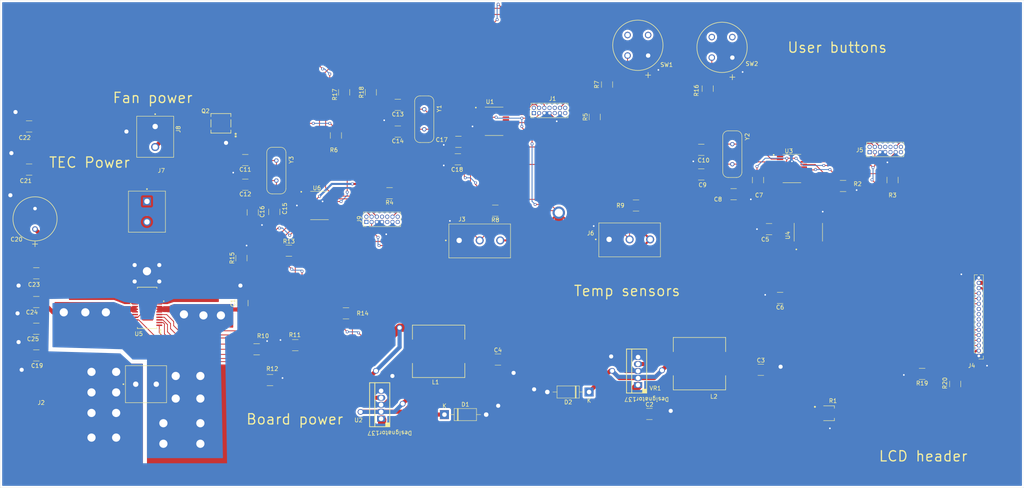
<source format=kicad_pcb>
(kicad_pcb (version 20240108) (generator "pcbnew") (generator_version "8.0")
  (layers (0 "F.Cu" signal) (31 "B.Cu" power) (34 "B.Paste" user) (35 "F.Paste" user) (36 "B.SilkS" user "B.Silkscreen") (37 "F.SilkS" user "F.Silkscreen") (38 "B.Mask" user) (39 "F.Mask" user) (44 "Edge.Cuts" user))
  (net 0 "")
  (net 1 "GND")
  (net 2 "+12V")
  (net 3 "+5V")
  (net 4 "+3V3")
  (net 5 "Net-(U4-VCCA)")
  (net 6 "Net-(U3-PC15-OSCX_IN)")
  (net 7 "Net-(U3-PC14-OSCX_IN)")
  (net 8 "Net-(U6-PC14-OSCX_IN)")
  (net 9 "Net-(U6-PC15-OSCX_IN)")
  (net 10 "Net-(U1-PC14-OSCX_IN)")
  (net 11 "Net-(U1-PC15-OSCX_IN)")
  (net 12 "Net-(D1-K)")
  (net 13 "Net-(D2-K)")
  (net 14 "MCU3_SWDIO")
  (net 20 "MCU3_SWCLK")
  (net 23 "Net-(J4-Pin_6)")
  (net 25 "Net-(J4-Pin_14)")
  (net 27 "Net-(J4-Pin_13)")
  (net 28 "Net-(J4-Pin_4)")
  (net 29 "Net-(J4-Pin_12)")
  (net 31 "Net-(J4-Pin_3)")
  (net 33 "Net-(J4-Pin_5)")
  (net 34 "Net-(J4-Pin_11)")
  (net 39 "MCU1_SWDIO")
  (net 43 "MCU1_SWCLK")
  (net 44 "Net-(J8-Pad2)")
  (net 45 "MCU2_SWDIO")
  (net 46 "MCU2_SWCLK")
  (net 54 "Net-(Q2-Pad2)")
  (net 55 "/MCU1/PA12")
  (net 56 "/MCU2/PA12_fan_relay")
  (net 57 "Net-(U5-DIAG)")
  (net 58 "Net-(U5-SR)")
  (net 59 "Net-(U5-ITRIP)")
  (net 60 "/MCU2/PA3_hbridge_fault")
  (net 61 "/MCU2/PA4_nsleep")
  (net 62 "/MCU2/PA2_hbridge_DRVOFF")
  (net 63 "I2C_SCL")
  (net 64 "I2C_SDA")
  (net 79 "/MCU2/PA0_hbridge_in1")
  (net 80 "/MCU2/PA1_hbridge_in2")
  (net 85 "/MCU2/OUT2")
  (net 86 "/MCU2/OUT1")
  (net 87 "Net-(J4-Pin_2)")
  (net 88 "/MCU3/temp_sense_pa2")
  (net 89 "/MCU3/temp_sense_pa1")
  (net 90 "/MCU3/pushbutton_pa2")
  (net 91 "/MCU3/pushbutton_pa3")
  (net 92 "/MCU1/lcd_pa0")
  (net 93 "/MCU1/lcd_pa4")
  (net 94 "/MCU1/lcd_pa6")
  (net 95 "/MCU1/lcd_pa1")
  (net 96 "/MCU1/lcd_pa5")
  (net 97 "/MCU1/lcd_pa3")
  (net 98 "/MCU1/lcd_pa2")
  (net 99 "/MCU1/NRST_PIN1")
  (net 100 "/MCU2/NRST_PIN2")
  (net 101 "/MCU3/NRST_PIN3")
  (footprint "Diode_THT:D_DO-41_SOD81_P10.16mm_Horizontal" (layer "F.Cu") (at 131.42 139.4)
    (property "Reference" "D1")
    (property "Value" "1N5819" (hide yes))
  )
  (footprint "inductor_footprint:IND_1210-WE-PD_WRE" (layer "F.Cu") (at 193.5 127)
    (property "Reference" "L2")
    (property "Value" "330 uH")
  )
  (footprint "inductor_footprint:IND_1210-WE-PD_WRE" (layer "F.Cu") (at 130 124)
    (property "Reference" "L1")
    (property "Value" "330 uH")
  )
  (footprint "Capacitor_SMD:C_1210_3225Metric_Pad1.33x2.70mm_HandSolder" (layer "F.Cu") (at 90 90.0625 -90)
    (property "Reference" "C15")
    (property "Value" "100n")
  )
  (footprint "Resistor_SMD:R_1210_3225Metric_Pad1.30x2.65mm_HandSolder" (layer "F.Cu") (at 113.5 60.95 90)
    (property "Reference" "R18")
    (property "Value" "4.7K")
  )
  (footprint "Capacitor_SMD:C_1210_3225Metric_Pad1.33x2.70mm_HandSolder" (layer "F.Cu") (at 32.0625 105 180)
    (property "Reference" "C23")
    (property "Value" "0.1u")
  )
  (footprint "Resistor_SMD:R_1210_3225Metric_Pad1.30x2.65mm_HandSolder" (layer "F.Cu") (at 247.7 129.5 180)
    (property "Reference" "R19")
    (property "Value" "10K")
  )
  (footprint "Capacitor_SMD:C_1210_3225Metric_Pad1.33x2.70mm_HandSolder" (layer "F.Cu") (at 210.4375 94.25 180)
    (property "Reference" "C5")
    (property "Value" "0.1F")
  )
  (footprint "Capacitor_SMD:C_1210_3225Metric_Pad1.33x2.70mm_HandSolder" (layer "F.Cu") (at 82.25 112.25 90)
    (property "Reference" "C1")
    (property "Value" "100uF")
  )
  (footprint "pushbutton_footprint:D6R90_CNK" (layer "F.Cu") (at 181 52 180)
    (property "Reference" "SW1")
    (property "Value" "D6R90F2LFS" (hide yes))
  )
  (footprint "Resistor_SMD:R_1210_3225Metric_Pad1.30x2.65mm_HandSolder" (layer "F.Cu") (at 255.75 131.95 90)
    (property "Reference" "R20")
    (property "Value" "4.3k")
  )
  (footprint "Connector_PinHeader_1.27mm:PinHeader_1x16_P1.27mm_Vertical" (layer "F.Cu") (at 261.5 125.12 180)
    (property "Reference" "J4")
    (property "Value" "Conn_01x16_Pin")
  )
  (footprint "Resistor_SMD:R_1210_3225Metric_Pad1.30x2.65mm_HandSolder" (layer "F.Cu") (at 107 60.95 90)
    (property "Reference" "R17")
    (property "Value" "4.7K")
  )
  (footprint "stm32footprint:SOP65P640X120-20N" (layer "F.Cu") (at 101 88.5)
    (property "Reference" "U6")
    (property "Value" "STM32C011F4P6")
  )
  (footprint "Resistor_SMD:R_1210_3225Metric_Pad1.30x2.65mm_HandSolder" (layer "F.Cu") (at 88.95 131)
    (property "Reference" "R12")
    (property "Value" "10K")
  )
  (footprint "Resistor_SMD:R_1210_3225Metric_Pad1.30x2.65mm_HandSolder" (layer "F.Cu") (at 195.5 60.05 90)
    (property "Reference" "R16")
    (property "Value" "10K")
  )
  (footprint "Capacitor_SMD:C_1210_3225Metric_Pad1.33x2.70mm_HandSolder" (layer "F.Cu") (at 82.9375 83.44 180)
    (property "Reference" "C12")
    (property "Value" "18p")
  )
  (footprint "Resistor_SMD:R_1210_3225Metric_Pad1.30x2.65mm_HandSolder" (layer "F.Cu") (at 171 59.05 90)
    (property "Reference" "R7")
    (property "Value" "10K")
  )
  (footprint "terminal_three_footprint:PHOENIX_1935174" (layer "F.Cu") (at 132.5 101.25)
    (property "Reference" "J3")
    (property "Value" "1935174")
  )
  (footprint "terminal_two_footprint:PHOENIX_1935776" (layer "F.Cu") (at 53.767 136.5)
    (property "Reference" "J2")
    (property "Value" "1935776" (hide yes))
  )
  (footprint "Diode_THT:D_DO-41_SOD81_P10.16mm_Horizontal" (layer "F.Cu") (at 166.6219 133.9 180)
    (property "Reference" "D2")
    (property "Value" "1N5819" (hide yes))
  )
  (footprint "3v3_supply_footprint:KC0005A" (layer "F.Cu") (at 116 137 180)
    (property "Reference" "U2")
    (property "Value" "LM2575T-3.3/NOPB" (hide yes))
  )
  (footprint "Resistor_SMD:R_1210_3225Metric_Pad1.30x2.65mm_HandSolder" (layer "F.Cu") (at 143.8 89.75 180)
    (property "Reference" "R8")
    (property "Value" "4.7K")
  )
  (footprint "Resistor_SMD:R_1210_3225Metric_Pad1.30x2.65mm_HandSolder" (layer "F.Cu") (at 118.05 85.5 180)
    (property "Reference" "R4")
    (property "Value" "10K")
  )
  (footprint "Capacitor_SMD:C_1210_3225Metric_Pad1.33x2.70mm_HandSolder" (layer "F.Cu") (at 84.74993 90.1875 -90)
    (property "Reference" "C16")
    (property "Value" "4.7u")
  )
  (footprint "oscillator_footprint:XTAL_ECS-160-20-4X" (layer "F.Cu") (at 126.5 67.5 -90)
    (property "Reference" "Y1")
    (property "Value" "ECS-080-20-4X-DU" (hide yes))
  )
  (footprint "Capacitor_SMD:C_1210_3225Metric_Pad1.33x2.70mm_HandSolder" (layer "F.Cu") (at 144.4375 126)
    (property "Reference" "C4")
    (property "Value" "330uF")
  )
  (footprint "5v_supply_footprint:KC0005A" (layer "F.Cu") (at 178.5419 128.795 180)
    (property "Reference" "VR1")
    (property "Value" "LM2575T-5.0_NOPB" (hide yes))
  )
  (footprint "terminal_two_footprint:PHOENIX_1935776" (layer "F.Cu") (at 56.5 66.767 -90)
    (property "Reference" "J8")
    (property "Value" "1935776" (hide yes))
  )
  (footprint "Capacitor_SMD:C_1210_3225Metric_Pad1.33x2.70mm_HandSolder" (layer "F.Cu") (at 30.3125 69.25 180)
    (property "Reference" "C22")
    (property "Value" "0.1u")
  )
  (footprint "Resistor_SMD:R_1210_3225Metric_Pad1.30x2.65mm_HandSolder" (layer "F.Cu") (at 95.1 122.5 180)
    (property "Reference" "R11")
    (property "Value" "10K")
  )
  (footprint "hbri:HTSSOP28_PWP_TEX" (layer "F.Cu") (at 59.04725 113.425077 180)
    (property "Reference" "U5")
    (property "Value" "DRV8245HQPWPRQ1" (hide yes))
  )
  (footprint "relay_footprint:SOP4_PAN" (layer "F.Cu") (at 77 68.5 180)
    (property "Reference" "Q2")
    (property "Value" "AQY212GSX" (hide yes))
  )
  (footprint "Capacitor_SMD:C_1210_3225Metric_Pad1.33x2.70mm_HandSolder" (layer "F.Cu") (at 208.4375 128.5)
    (property "Reference" "C3")
    (property "Value" "330uF")
  )
  (footprint "Capacitor_SMD:C_1210_3225Metric_Pad1.33x2.70mm_HandSolder" (layer "F.Cu") (at 193.9375 80.94 180)
    (property "Reference" "C9")
    (property "Value" "18p")
  )
  (footprint "Resistor_SMD:R_1210_3225Metric_Pad1.30x2.65mm_HandSolder" (layer "F.Cu") (at 82 101.3 90)
    (property "Reference" "R15")
    (property "Value" "10K")
  )
  (footprint "Capacitor_SMD:C_1210_3225Metric_Pad1.33x2.70mm_HandSolder" (layer "F.Cu") (at 120.0625 70.5 180)
    (property "Reference" "C14")
    (property "Value" "18p")
  )
  (footprint "Connector_PinHeader_1.27mm:PinHeader_2x07_P1.27mm_Vertical" (layer "F.Cu") (at 234.92 75.5 90)
    (property "Reference" "J5")
    (property "Value" "Conn_02x07_Odd_Even" (hide yes))
  )
  (footprint "stm32footprint:SOP65P640X120-20N" (layer "F.Cu") (at 216 79.5)
    (property "Reference" "U3")
    (property "Value" "STM32C011F4P6" (hide yes))
  )
  (footprint "Connector_PinHeader_1.27mm:PinHeader_2x07_P1.27mm_Vertical" (layer "F.Cu") (at 153.19 66 90)
    (property "Reference" "J1")
    (property "Value" "Conn_02x07_Odd_Even" (hide yes))
  )
  (footprint "Capacitor_SMD:C_1210_3225Metric_Pad1.33x2.70mm_HandSolder" (layer "F.Cu") (at 181.3125 139.25)
    (property "Reference" "C2")
    (property "Value" "100uF")
  )
  (footprint "Resistor_SMD:R_1210_3225Metric_Pad1.30x2.65mm_HandSolder" (layer "F.Cu") (at 85.7 123.5)
    (property "Reference" "R10")
    (property "Value" "10K")
  )
  (footprint "Capacitor_SMD:C_1210_3225Metric_Pad1.33x2.70mm_HandSolder" (layer "F.Cu") (at 32.0625 118.5 180)
    (property "Reference" "C25")
    (property "Value" "0.1u")
  )
  (footprint "Capacitor_SMD:C_1210_3225Metric_Pad1.33x2.70mm_HandSolder" (layer "F.Cu") (at 82.9375 77.44 180)
    (property "Reference" "C11")
    (property "Value" "18p")
  )
  (footprint "level_shifter_forlcd:SOP65P640X120-20N" (layer "F.Cu") (at 220 95 90)
    (property "Reference" "U4")
    (property "Value" "TXB0108PWR" (hide yes))
  )
  (footprint "oscillator_footprint:XTAL_ECS-160-20-4X" (layer "F.Cu") (at 90.5 80 -90)
    (property "Reference" "Y3")
    (property "Value" "ECS-080-20-4X-DU" (hide yes))
  )
  (footprint "Capacitor_SMD:C_1210_3225Metric_Pad1.33x2.70mm_HandSolder" (layer "F.Cu") (at 30.3125 79.75 180)
    (property "Reference" "C21")
    (property "Value" "0.1u")
  )
  (footprint "Capacitor_SMD:C_1210_3225Metric_Pad1.33x2.70mm_HandSolder" (layer "F.Cu") (at 213.125 111 180)
    (property "Reference" "C6")
    (property "Value" "0.1F")
  )
  (footprint "Resistor_SMD:R_1210_3225Metric_Pad1.30x2.65mm_HandSolder" (layer "F.Cu") (at 178.05 88.5 180)
    (property "Reference" "R9")
    (property "Value" "4.7K")
  )
  (footprint "Capacitor_SMD:C_1210_3225Metric_Pad1.33x2.70mm_HandSolder" (layer "F.Cu") (at 193.9375 74.94 180)
    (property "Reference" "C10")
    (property "Value" "18p")
  )
  (footprint "Connector_PinHeader_1.27mm:PinHeader_2x07_P1.27mm_Vertical" (layer "F.Cu") (at 112.42 92.5 90)
    (property "Reference" "J9")
    (property "Value" "Conn_02x07_Odd_Even")
  )
  (footprint "Resistor_SMD:R_1210_3225Metric_Pad1.30x2.65mm_HandSolder" (layer "F.Cu") (at 105 71.45 90)
    (property "Reference" "R6")
    (property "Value" "330")
  )
  (footprint "terminal_three_footprint:PHOENIX_1935174" (layer "F.Cu") (at 169 101)
    (property "Reference" "J6")
    (property "Value" "1935174")
  )
  (footprint "Resistor_SMD:R_1210_3225Metric_Pad1.30x2.65mm_HandSolder" (layer "F.Cu") (at 228.45 83.75)
    (property "Reference" "R2")
    (property "Value" "10K")
  )
  (footprint "oscillator_footprint:XTAL_ECS-160-20-4X" (layer "F.Cu") (at 201.5 76 -90)
    (property "Reference" "Y2")
    (property "Value" "ECS-080-20-4X-DU" (hide yes))
  )
  (footprint "Resistor_SMD:R_1210_3225Metric_Pad1.30x2.65mm_HandSolder" (layer "F.Cu") (at 93.55 99.5)
    (property "Reference" "R13")
    (property "Value" "10K")
  )
  (footprint "Capacitor_SMD:C_1210_3225Metric_Pad1.33x2.70mm_HandSolder" (layer "F.Cu") (at 201.8125 85.75)
    (property "Reference" "C8")
    (property "Value" "4.7u")
  )
  (footprint "big_cap_el:CAP_10X12.5_RUB" (layer "F.Cu") (at 31.75 94.2538 90)
    (property "Reference" "C20")
    (property "Value" "10ZLH1000MEFC10X12.5" (hide yes))
  )
  (footprint "pot_footprint:TRIM_TC33X-2-103E" (layer "F.Cu") (at 224.55 139.07)
    (property "Reference" "R1")
    (property "Value" "TC33X-2-103E" (hide yes))
  )
  (footprint "Capacitor_SMD:C_1210_3225Metric_Pad1.33x2.70mm_HandSolder" (layer "F.Cu") (at 207.75 82.3125 -90)
    (property "Reference" "C7")
    (property "Value" "100n")
  )
  (footprint "stm32footprint:SOP65P640X120-20N" (layer "F.Cu") (at 143.5 68)
    (property "Reference" "U1")
    (property "Value" "STM32C011F4P6" (hide yes))
  )
  (footprint "Resistor_SMD:R_1210_3225Metric_Pad1.30x2.65mm_HandSolder" (layer "F.Cu") (at 168 66.95 90)
    (property "Reference" "R5")
    (property "Value" "10K")
  )
  (footprint "Capacitor_SMD:C_1210_3225Metric_Pad1.33x2.70mm_HandSolder" (layer "F.Cu") (at 134.6875 77.25 180)
    (property "Reference" "C18")
    (property "Value" "4.7u")
  )
  (footprint "pushbutton_footprint:D6R90_CNK" (layer "F.Cu") (at 201.5 52.5 180)
    (property "Reference" "SW2")
    (property "Value" "D6R90F2LFS" (hide yes))
  )
  (footprint "Resistor_SMD:R_1210_3225Metric_Pad1.30x2.65mm_HandSolder" (layer "F.Cu") (at 240.5 82.3 90)
    (property "Reference" "R3")
    (property "Value" "10K")
  )
  (footprint "Capacitor_SMD:C_1210_3225Metric_Pad1.33x2.70mm_HandSolder" (layer "F.Cu") (at 32.0625 125 180)
    (property "Reference" "C19")
    (property "Value" "0.1u")
  )
  (footprint "Resistor_SMD:R_1210_3225Metric_Pad1.30x2.65mm_HandSolder" (layer "F.Cu") (at 107.45 114.75007)
    (property "Reference" "R14")
    (property "Value" "10K")
  )
  (footprint "terminal_two_footprint:PHOENIX_1935776" (layer "F.Cu") (at 54.5 85 -90)
    (property "Reference" "J7")
    (property "Value" "1935776" (hide yes))
  )
  (footprint "Capacitor_SMD:C_1210_3225Metric_Pad1.33x2.70mm_HandSolder" (layer "F.Cu") (at 32.0625 112 180)
    (property "Reference" "C24")
    (property "Value" "0.1u")
  )
  (footprint "Capacitor_SMD:C_1210_3225Metric_Pad1.33x2.70mm_HandSolder" (layer "F.Cu") (at 120.0625 64 180)
    (property "Reference" "C13")
    (property "Value" "18p")
  )
  (footprint "Capacitor_SMD:C_1210_3225Metric_Pad1.33x2.70mm_HandSolder" (layer "F.Cu") (at 134.8125 73 180)
    (property "Reference" "C17")
    (property "Value" "100n")
  )
  (gr_line (start 23.25 38.5) (end 272.5 38.5) (stroke (width 0.05)) (layer "Edge.Cuts"))
  (gr_line (start 272.5 157.25) (end 23.25 157.25) (stroke (width 0.05)) (layer "Edge.Cuts"))
  (gr_line (start 23.25 157.25) (end 23.25 38.5) (stroke (width 0.05)) (layer "Edge.Cuts"))
  (gr_line (start 272.5 38.5) (end 272.5 157.25) (stroke (width 0.05)) (layer "Edge.Cuts"))
  (gr_text "Board power\n" (at 83 142 0) (layer "F.SilkS") (effects (font (size 2.5 2.5) (thickness 0.3) (bold yes)) (justify left bottom)))
  (gr_text "Fan power\n" (at 50.5 63.75 0) (layer "F.SilkS") (effects (font (size 2.5 2.5) (thickness 0.3) (bold yes)) (justify left bottom)))
  (gr_text "Temp sensors" (at 162.75 110.75 0) (layer "F.SilkS") (effects (font (size 2.5 2.5) (thickness 0.3) (bold yes)) (justify left bottom)))
  (gr_text "User buttons\n" (at 214.75 51.5 0) (layer "F.SilkS") (effects (font (size 2.5 2.5) (thickness 0.3) (bold yes)) (justify left bottom)))
  (gr_text "LCD header\n" (at 237 151 0) (layer "F.SilkS") (effects (font (size 2.5 2.5) (thickness 0.3) (bold yes)) (justify left bottom)))
  (gr_text "TEC Power\n" (at 35 79.5 0) (layer "F.SilkS") (effects (font (size 2.5 2.5) (thickness 0.3) (bold yes)) (justify left bottom)))
  (segment (start 84.87493 91.625) (end 84.74993 91.75) (width 0.2) (layer "F.Cu") (net 1))
  (segment (start 81.375 79.125) (end 80 80.5) (width 0.2) (layer "F.Cu") (net 1))
  (segment (start 28.75 79.75) (end 28.75 78.5) (width 1) (layer "F.Cu") (net 1))
  (segment (start 171 96.75) (end 167.75 93.5) (width 0.2) (layer "F.Cu") (net 1))
  (segment (start 206 85.625) (end 206 87) (width 0.2) (layer "F.Cu") (net 1))
  (segment (start 81.375 83.44) (end 81.375 81.875) (width 0.2) (layer "F.Cu") (net 1))
  (segment (start 238.73 75.5) (end 238.73 77.48) (width 0.2) (layer "F.Cu") (net 1))
  (segment (start 118.75 135) (end 118.75 130) (width 1) (layer "F.Cu") (net 1))
  (segment (start 114.96 92.5) (end 114.96 93.21) (width 0.2) (layer "F.Cu") (net 1))
  (segment (start 30.5 118.5) (end 30.5 119) (width 1) (layer "F.Cu") (net 1))
  (segment (start 98.12 88.175) (end 98.045 88.25) (width 0.2) (layer "F.Cu") (net 1))
  (segment (start 116.23 94.27) (end 116.125 94.375) (width 0.2) (layer "F.Cu") (net 1))
  (segment (start 208.875 94.25) (end 207.5 94.25) (width 0.2) (layer "F.Cu") (net 1))
  (segment (start 222.75 140.07) (end 222.75 140.25) (width 0.5) (layer "F.Cu") (net 1))
  (segment (start 92.3 121.25) (end 91.5 121.25) (width 0.2) (layer "F.Cu") (net 1))
  (segment (start 241.27 75.5) (end 239.25 77.52) (width 0.2) (layer "F.Cu") (net 1))
  (segment (start 142.35 139.4) (end 144.5 137.25) (width 1) (layer "F.Cu") (net 1))
  (segment (start 212.389336 79.175) (end 214.575 79.175) (width 0.2) (layer "F.Cu") (net 1))
  (segment (start 114.96 93.21) (end 116.125 94.375) (width 0.2) (layer "F.Cu") (net 1))
  (segment (start 90.5 131) (end 91.5 131) (width 0.2) (layer "F.Cu") (net 1))
  (segment (start 28.75 67.5) (end 27 65.75) (width 1) (layer "F.Cu") (net 1))
  (segment (start 88.25 122.5) (end 88.25 121.5) (width 0.2) (layer "F.Cu") (net 1))
  (segment (start 31.75 89.25) (end 29 89.25) (width 1) (layer "F.Cu") (net 1))
  (segment (start 155.73 66) (end 157 66) (width 0.2) (layer "F.Cu") (net 1))
  (segment (start 204 55) (end 204 56) (width 0.2) (layer "F.Cu") (net 1))
  (segment (start 82 99.75) (end 83.25 98.5) (width 0.2) (layer "F.Cu") (net 1))
  (segment (start 98.045 88.25) (end 95.75 88.25) (width 0.2) (layer "F.Cu") (net 1))
  (segment (start 133.25 73) (end 132.5 73.75) (width 0.2) (layer "F.Cu") (net 1))
  (segment (start 140.62 67.675) (end 139.825 67.675) (width 0.2) (layer "F.Cu") (net 1))
  (segment (start 61 69.267) (end 55.233 69.267) (width 1) (layer "F.Cu") (net 1))
  (segment (start 101.075 88.175) (end 101.75 87.5) (width 0.2) (layer "F.Cu") (net 1))
  (segment (start 178.5419 128.799999) (end 175.549999 128.799999) (width 1) (layer "F.Cu") (net 1))
  (segment (start 116.23 92.5) (end 116.23 94.27) (width 0.2) (layer "F.Cu") (net 1))
  (segment (start 201.5 52.5) (end 204 55) (width 0.2) (layer "F.Cu") (net 1))
  (segment (start 171.5 96.75) (end 171 96.75) (width 0.2) (layer "F.Cu") (net 1))
  (segment (start 156.4619 133.9) (end 153.9 133.9) (width 1) (layer "F.Cu") (net 1))
  (segment (start 116 133.605) (end 116 132.75) (width 1) (layer "F.Cu") (net 1))
  (segment (start 213.12 79.175) (end 212.389336 79.175) (width 0.2) (layer "F.Cu") (net 1))
  (segment (start 87.5 91.625) (end 84.87493 91.625) (width 0.2) (layer "F.Cu") (net 1))
  (segment (start 204.625 87) (end 206 87) (width 0.2) (layer "F.Cu") (net 1))
  (segment (start 210.8125 110.25) (end 209.5 110.25) (width 0.2) (layer "F.Cu") (net 1))
  (segment (start 246.15 129.5) (end 243.5 129.5) (width 0.2) (layer "F.Cu") (net 1))
  (segment (start 222.925 90.575) (end 223.5 90) (width 0.2) (layer "F.Cu") (net 1))
  (segment (start 30.5 119) (end 27.75 121.75) (width 1) (layer "F.Cu") (net 1))
  (segment (start 153.9 133.9) (end 153.25 133.25) (width 1) (layer "F.Cu") (net 1))
  (segment (start 157 66) (end 158.75 67.75) (width 0.2) (layer "F.Cu") (net 1))
  (segment (start 261.5 125.12) (end 261.5 125.5) (width 0.5) (layer "F.Cu") (net 1))
  (segment (start 30.5 112) (end 30.25 112) (width 1) (layer "F.Cu") (net 1))
  (segment (start 81.375 81.875) (end 80 80.5) (width 0.2) (layer "F.Cu") (net 1))
  (segment (start 243.5 129.5) (end 243.25 129.75) (width 0.2) (layer "F.Cu") (net 1))
  (segment (start 231 84.75) (end 231.75 84.75) (width 0.2) (layer "F.Cu") (net 1))
  (segment (start 141.58 139.4) (end 142.35 139.4) (width 1) (layer "F.Cu") (net 1))
  (segment (start 222.925 92.13) (end 222.925 90.575) (width 0.2) (layer "F.Cu") (net 1))
  (segment (start 131.625 78.75) (end 131.25 78.75) (width 0.2) (layer "F.Cu") (net 1))
  (segment (start 212.5 128.5) (end 213.25 127.75) (width 1) (layer "F.Cu") (net 1))
  (segment (start 239.25 77.52) (end 239.25 78) (width 0.2) (layer "F.Cu") (net 1))
  (segment (start 135 97) (end 135 94.5) (width 0.2) (layer "F.Cu") (net 1))
  (segment (start 192.375 74.94) (end 192.375 77.375) (width 0.2) (layer "F.Cu") (net 1))
  (segment (start 116.745001 137.004999) (end 118.75 135) (width 1) (layer "F.Cu") (net 1))
  (segment (start 159.54 67.21) (end 158.75 68) (width 0.2) (layer "F.Cu") (net 1))
  (segment (start 132.5 73.75) (end 131.25 73.75) (width 0.2) (layer "F.Cu") (net 1))
  (segment (start 87.5 92.75) (end 87 93.25) (width 0.2) (layer "F.Cu") (net 1))
  (segment (start 183.5 54.5) (end 183.5 55.5) (width 0.2) (layer "F.Cu") (net 1))
  (segment (start 139.825 67.675) (end 138.25 69.25) (width 0.2) (layer "F.Cu") (net 1))
  (segment (start 230 83.75) (end 231 84.75) (width 0.2) (layer "F.Cu") (net 1))
  (segment (start 82.25 108.5) (end 81.75 108) (width 1) (layer "F.Cu") (net 1))
  (segment (start 237.46 75.5) (end 237.46 76.21) (width 0.2) (layer "F.Cu") (net 1))
  (segment (start 98.12 88.175) (end 101.075 88.175) (width 0.2) (layer "F.Cu") (net 1))
  (segment (start 146 127) (end 148.25 129.25) (width 1) (layer "F.Cu") (net 1))
  (segment (start 28.75 78.5) (end 26 75.75) (width 1) (layer "F.Cu") (net 1))
  (segment (start 30.5 105) (end 30.5 105.25) (width 1) (layer "F.Cu") (net 1))
  (segment (start 237.46 76.21) (end 239.25 78) (width 0.2) (layer "F.Cu") (net 1))
  (segment (start 92.375 91.625) (end 95.5 88.5) (width 0.2) (layer "F.Cu") (net 1))
  (segment (start 192.375 77.375) (end 192 77.75) (width 0.2) (layer "F.Cu") (net 1))
  (segment (start 82.25 110.6875) (end 82.25 108.5) (width 1) (layer "F.Cu") (net 1))
  (segment (start 56.772299 115.700028) (end 59.04725 113.425077) (width 0.2) (layer "F.Cu") (net 1))
  (segment (start 158.75 67.75) (end 158.75 68) (width 0.2) (layer "F.Cu") (net 1))
  (segment (start 28.75 69.25) (end 28.75 67.5) (width 1) (layer "F.Cu") (net 1))
  (segment (start 185.75 139.25) (end 186.5 138.5) (width 1) (layer "F.Cu") (net 1))
  (segment (start 207.75 83.875) (end 206 85.625) (width 0.2) (layer "F.Cu") (net 1))
  (segment (start 203.375 85.75) (end 204.625 87) (width 0.2) (layer "F.Cu") (net 1))
  (segment (start 95.75 88.25) (end 95.5 88.5) (width 0.2) (layer "F.Cu") (net 1))
  (segment (start 146 126) (end 146 127) (width 1) (layer "F.Cu") (net 1))
  (segment (start 211.5625 111) (end 210.8125 110.25) (width 0.2) (layer "F.Cu") (net 1))
  (segment (start 172.15 125.4) (end 172 125.25) (width 1) (layer "F.Cu") (net 1))
  (segment (start 83.25 98.5) (end 83.25 98.25) (width 0.2) (layer "F.Cu") (net 1))
  (segment (start 258.07 106.07) (end 257.25 105.25) (width 0.5) (layer "F.Cu") (net 1))
  (segment (start 192.375 80.94) (end 192.375 78.125) (width 0.2) (layer "F.Cu") (net 1))
  (segment (start 87.25 123.5) (end 88.25 122.5) (width 0.2) (layer "F.Cu") (net 1))
  (segment (start 222.75 140.25) (end 225.25 142.75) (width 0.5) (layer "F.Cu") (net 1))
  (segment (start 116.75 68.75) (end 116.75 67.75) (width 0.2) (layer "F.Cu") (net 1))
  (segment (start 135 94.5) (end 132.75 92.25) (width 0.2) (layer "F.Cu") (net 1))
  (segment (start 30.5 105.25) (end 27.75 108) (width 1) (layer "F.Cu") (net 1))
  (segment (start 118.5 70.5) (end 116.75 68.75) (width 0.2) (layer "F.Cu") (net 1))
  (segment (start 118.77 93.98) (end 117.25 95.5) (width 0.2) (layer "F.Cu") (net 1))
  (segment (start 90 91.625) (end 87.5 91.625) (width 0.2) (layer "F.Cu") (net 1))
  (segment (start 30.5 125) (end 30.5 126.5) (width 1) (layer "F.Cu") (net 1))
  (segment (start 80.3401 71.1599) (end 78.25 73.25) (width 1) (layer "F.Cu") (net 1))
  (segment (start 87.5 91.625) (end 87.5 92.75) (width 0.2) (layer "F.Cu") (net 1))
  (segment (start 182.875 139.25) (end 185.75 139.25) (width 1) (layer "F.Cu") (net 1))
  (segment (start 159.54 66) (end 159.54 67.21) (width 0.2) (layer "F.Cu") (net 1))
  (segment (start 118.5 66) (end 116.75 67.75) (width 0.2) (layer "F.Cu") (net 1))
  (segment (start 55.233 69.267) (end 54 70.5) (width 1) (layer "F.Cu") (net 1))
  (segment (start 56.0945 115.700028) (end 56.772299 115.700028) (width 0.2) (layer "F.Cu") (net 1))
  (segment (start 116.125 94.375) (end 117.25 95.5) (width 0.2) (layer "F.Cu") (net 1))
  (segment (start 30.5 126.5) (end 28.5 128.5) (width 1) (layer "F.Cu") (net 1))
  (segment (start 214.575 79.175) (end 216 77.75) (width 0.2) (layer "F.Cu") (net 1))
  (segment (start 178.5419 125.4) (end 172.15 125.4) (width 1) (layer "F.Cu") (net 1))
  (segment (start 81.375 77.44) (end 81.375 79.125) (width 0.2) (layer "F.Cu") (net 1))
  (segment (start 29 89.25) (end 25.75 86) (width 1) (layer "F.Cu") (net 1))
  (segment (start 90 91.625) (end 92.375 91.625) (width 0.2) (layer "F.Cu") (net 1))
  (segment (start 192.375 78.125) (end 192 77.75) (width 0.2) (layer "F.Cu") (net 1))
  (segment (start 80.3401 69.77) (end 80.3401 71.1599) (width 1) (layer "F.Cu") (net 1))
  (segment (start 116 132.75) (end 118.75 130) (width 1) (layer "F.Cu") (net 1))
  (segment (start 116 137.004999) (end 116.745001 137.004999) (width 1) (layer "F.Cu") (net 1))
  (segment (start 210 128.5) (end 212.5 128.5) (width 1) (layer "F.Cu") (net 1))
  (segment (start 118.77 92.5) (end 118.77 93.98) (width 0.2) (layer "F.Cu") (net 1))
  (segment (start 133.125 77.25) (end 131.625 78.75) (width 0.2) (layer "F.Cu") (net 1))
  (segment (start 181 52) (end 183.5 54.5) (width 0.2) (layer "F.Cu") (net 1))
  (segment (start 238.73 77.48) (end 239.25 78) (width 0.2) (layer "F.Cu") (net 1))
  (segment (start 30.25 112) (end 27.5 114.75) (width 1) (layer "F.Cu") (net 1))
  (segment (start 175.549999 128.799999) (end 172 125.25) (width 1) (layer "F.Cu") (net 1))
  (segment (start 261.5 125.5) (end 263.5 127.5) (width 0.5) (layer "F.Cu") (net 1))
  (segment (start 93.55 122.5) (end 92.3 121.25) (width 0.2) (layer "F.Cu") (net 1))
  (segment (start 118.5 64) (end 118.5 66) (width 0.2) (layer "F.Cu") (net 1))
  (segment (start 91.5 131) (end 92 130.5) (width 0.2) (layer "F.Cu") (net 1))
  (segment (start 261.5 106.07) (end 258.07 106.07) (width 0.5) (layer "F.Cu") (net 1))
  (via (at 239.25 78) (size 0.7) (drill 0.4) (layers "F.Cu" "B.Cu") (net 1))
  (via (at 167.75 93.5) (size 0.7) (drill 0.4) (layers "F.Cu" "B.Cu") (net 1))
  (via (at 51.5 145) (size 3) (drill 2) (layers "F.Cu" "B.Cu") (net 1))
  (via (at 192 77.75) (size 0.7) (drill 0.4) (layers "F.Cu" "B.Cu") (net 1))
  (via (at 78.25 73.25) (size 1.4) (drill 1) (layers "F.Cu" "B.Cu") (net 1))
  (via (at 206 87) (size 0.7) (drill 0.4) (layers "F.Cu" "B.Cu") (net 1))
  (via (at 91.5 121.25) (size 0.7) (drill 0.4) (layers "F.Cu" "B.Cu") (net 1))
  (via (at 117.25 95.5) (size 0.7) (drill 0.4) (layers "F.Cu" "B.Cu") (net 1))
  (via (at 83.25 98.25) (size 0.7) (drill 0.4) (layers "F.Cu" "B.Cu") (net 1))
  (via (at 153.25 133.25) (size 1.4) (drill 1) (layers "F.Cu" "B.Cu") (net 1))
  (via (at 225.25 142.75) (size 0.7) (drill 0.4) (layers "F.Cu" "B.Cu") (net 1))
  (via (at 95.5 88.5) (size 0.7) (drill 0.4) (layers "F.Cu" "B.Cu") (net 1))
  (via (at 138.25 69.25) (size 0.7) (drill 0.4) (layers "F.Cu" "B.Cu") (net 1))
  (via (at 231.75 84.75) (size 0.7) (drill 0.4) (layers "F.Cu" "B.Cu") (net 1))
  (via (at 51.5 134) (size 3) (drill 2) (layers "F.Cu" "B.Cu") (net 1))
  (via (at 26 75.75) (size 1.4) (drill 1) (layers "F.Cu" "B.Cu") (net 1))
  (via (at 132.75 92.25) (size 0.7) (drill 0.4) (layers "F.Cu" "B.Cu") (net 1))
  (via (at 223.5 90) (size 0.7) (drill 0.4) (layers "F.Cu" "B.Cu") (net 1))
  (via (at 172 125.25) (size 1.4) (drill 1) (layers "F.Cu" "B.Cu") (net 1))
  (via (at 81.75 108) (size 1.4) (drill 1) (layers "F.Cu" "B.Cu") (net 1))
  (via (at 25.75 86) (size 1.4) (drill 1) (layers "F.Cu" "B.Cu") (net 1))
  (via (at 207.5 94.25) (size 0.7) (drill 0.4) (layers "F.Cu" "B.Cu") (net 1))
  (via (at 62 103) (size 1.4) (drill 1) (layers "F.Cu" "B.Cu") (net 1))
  (via (at 45.5 145) (size 3) (drill 2) (layers "F.Cu" "B.Cu") (net 1))
  (via (at 209.5 110.25) (size 0.7) (drill 0.4) (layers "F.Cu" "B.Cu") (net 1))
  (via (at 27.5 114.75) (size 1.4) (drill 1) (layers "F.Cu" "B.Cu") (net 1))
  (via (at 87 93.25) (size 0.7) (drill 0.4) (layers "F.Cu" "B.Cu") (net 1))
  (via (at 62 107) (size 1.4) (drill 1) (layers "F.Cu" "B.Cu") (net 1))
  (via (at 131.25 73.75) (size 0.7) (drill 0.4) (layers "F.Cu" "B.Cu") (net 1))
  (via (at 27.75 108) (size 1.4) (drill 1) (layers "F.Cu" "B.Cu") (net 1))
  (via (at 148.25 129.25) (size 1.4) (drill 1) (layers "F.Cu" "B.Cu") (net 1))
  (via (at 183.5 55.5) (size 0.7) (drill 0.4) (layers "F.Cu" "B.Cu") (net 1))
  (via (at 88.25 121.5) (size 0.7) (drill 0.4) (layers "F.Cu" "B.Cu") (net 1))
  (via (at 45.5 139) (size 3) (drill 2) (layers "F.Cu" "B.Cu") (net 1))
  (via (at 92 130.5) (size 0.7) (drill 0.4) (layers "F.Cu" "B.Cu") (net 1))
  (via (at 51.5 129) (size 3) (drill 2) (layers "F.Cu" "B.Cu") (net 1))
  (via (at 116.75 67.75) (size 0.7) (drill 0.4) (layers "F.Cu" "B.Cu") (net 1))
  (via (at 28.5 128.5) (size 1.4) (drill 1) (layers "F.Cu" "B.Cu") (net 1))
  (via (at 80 80.5) (size 0.7) (drill 0.4) (layers "F.Cu" "B.Cu") (net 1))
  (via (at 59 104.5) (size 3) (drill 2) (layers "F.Cu" "B.Cu") (net 1))
  (via (at 243.25 129.75) (size 0.7) (drill 0.4) (layers "F.Cu" "B.Cu") (net 1))
  (via (at 158.75 68) (size 0.7) (drill 0.4) (layers "F.Cu" "B.Cu") (net 1))
  (via (at 213.25 127.75) (size 1.4) (drill 1) (layers "F.Cu" "B.Cu") (net 1))
  (via (at 56 103) (size 1.4) (drill 1) (layers "F.Cu" "B.Cu") (net 1))
  (via (at 101.75 87.5) (size 0.7) (drill 0.4) (layers "F.Cu" "B.Cu") (net 1))
  (via (at 54 70.5) (size 1.4) (drill 1) (layers "F.Cu" "B.Cu") (net 1))
  (via (at 45.5 134) (size 3) (drill 2) (layers "F.Cu" "B.Cu") (net 1))
  (via (at 45.5 129) (size 3) (drill 2) (layers "F.Cu" "B.Cu") (net 1))
  (via (at 186.5 138.5) (size 1.4) (drill 1) (layers "F.Cu" "B.Cu") (net 1))
  (via (at 27.75 121.75) (size 1.4) (drill 1) (layers "F.Cu" "B.Cu") (net 1))
  (via (at 56 107) (size 1.4) (drill 1) (layers "F.Cu" "B.Cu") (net 1))
  (via (at 216 77.75) (size 0.7) (drill 0.4) (layers "F.Cu" "B.Cu") (net 1))
  (via (at 263.5 127.5) (size 0.7) (drill 0.4) (layers "F.Cu" "B.Cu") (net 1))
  (via (at 257.25 105.25) (size 0.7) (drill 0.4) (layers "F.Cu" "B.Cu") (net 1))
  (via (at 204 56) (size 0.7) (drill 0.4) (layers "F.Cu" "B.Cu") (net 1))
  (via (at 51.5 139) (size 3) (drill 2) (layers "F.Cu" "B.Cu") (net 1))
  (via (at 27 65.75) (size 1.4) (drill 1) (layers "F.Cu" "B.Cu") (net 1))
  (via (at 144.5 137.25) (size 1.4) (drill 1) (layers "F.Cu" "B.Cu") (net 1))
  (via (at 131.25 78.75) (size 0.7) (drill 0.4) (layers "F.Cu" "B.Cu") (net 1))
  (via (at 118.75 130) (size 1.4) (drill 1) (layers "F.Cu" "B.Cu") (net 1))
  (segment (start 171.75 139.25) (end 171.72095 139.22095) (width 1) (layer "F.Cu") (net 2))
  (segment (start 31.875 79.75) (end 31.875 74) (width 1) (layer "F.Cu") (net 2))
  (segment (start 40.375 65.5) (end 31.875 74) (width 1) (layer "F.Cu") (net 2))
  (segment (start 33.625 112) (end 33.625 118.5) (width 1) (layer "F.Cu") (net 2))
  (segment (start 31.875 81.375) (end 36.25 85.75) (width 1) (layer "F.Cu") (net 2))
  (segment (start 78.4375 113.8125) (end 77 115.25) (width 1) (layer "F.Cu") (net 2))
  (segment (start 72 146.5) (end 116.25 146.5) (width 2) (layer "F.Cu") (net 2))
  (segment (start 38.75 114.5) (end 36.125 114.5) (width 1) (layer "F.Cu") (net 2))
  (segment (start 116.25 140.655) (end 116.2 140.605) (width 2) (layer "F.Cu") (net 2))
  (segment (start 33.625 96.1288) (end 31.75 94.2538) (width 1) (layer "F.Cu") (net 2))
  (segment (start 31.875 79.75) (end 31.875 81.375) (width 1) (layer "F.Cu") (net 2))
  (segment (start 69.48 67.23) (end 67.75 65.5) (width 1) (layer "F.Cu") (net 2))
  (segment (start 116.25 146.5) (end 116.25 140.655) (width 2) (layer "F.Cu") (net 2))
  (segment (start 82.25 113.8125) (end 78.4375 113.8125) (width 1) (layer "F.Cu") (net 2))
  (segment (start 116.25 146.5) (end 164.4419 146.5) (width 2) (layer "F.Cu") (net 2))
  (segment (start 33.625 125) (end 33.625 118.5) (width 1) (layer "F.Cu") (net 2))
  (segment (start 31.875 74) (end 31.875 69.25) (width 1) (layer "F.Cu") (net 2))
  (segment (start 164.4419 146.5) (end 171.72095 139.22095) (width 2) (layer "F.Cu") (net 2))
  (segment (start 73.6599 67.23) (end 69.48 67.23) (width 1) (layer "F.Cu") (net 2))
  (segment (start 63 146.5) (end 72 146.5) (width 2) (layer "F.Cu") (net 2))
  (segment (start 36.125 114.5) (end 33.625 112) (width 1) (layer "F.Cu") (net 2))
  (segment (start 36.25 85.75) (end 36.25 93.5038) (width 1) (layer "F.Cu") (net 2))
  (segment (start 179.75 139.25) (end 171.75 139.25) (width 1) (layer "F.Cu") (net 2))
  (segment (start 67.75 65.5) (end 40.375 65.5) (width 1) (layer "F.Cu") (net 2))
  (segment (start 171.72095 139.22095) (end 178.5419 132.4) (width 2) (layer "F.Cu") (net 2))
  (segment (start 116.2 140.605) (end 116 140.605) (width 2) (layer "F.Cu") (net 2))
  (segment (start 36.25 93.5038) (end 33.625 96.1288) (width 1) (layer "F.Cu") (net 2))
  (segment (start 33.625 112) (end 33.625 105) (width 1) (layer "F.Cu") (net 2))
  (segment (start 33.625 105) (end 33.625 96.1288) (width 1) (layer "F.Cu") (net 2))
  (via (at 72 130) (size 3) (drill 2) (layers "F.Cu" "B.Cu") (net 2))
  (via (at 63 141.5) (size 3) (drill 2) (layers "F.Cu" "B.Cu") (net 2))
  (via (at 44 114.5) (size 3) (drill 2) (layers "F.Cu" "B.Cu") (net 2))
  (via (at 77 115.25) (size 3) (drill 2) (layers "F.Cu" "B.Cu") (net 2))
  (via (at 72 141.5) (size 3) (drill 2) (layers "F.Cu" "B.Cu") (net 2))
  (via (at 66 130) (size 3) (drill 2) (layers "F.Cu" "B.Cu") (net 2))
  (via (at 72 135.5) (size 3) (drill 2) (layers "F.Cu" "B.Cu") (net 2))
  (via (at 66 135.5) (size 3) (drill 2) (layers "F.Cu" "B.Cu") (net 2))
  (via (at 72 146.5) (size 3) (drill 2) (layers "F.Cu" "B.Cu") (net 2))
  (via (at 72.75 115.25) (size 3) (drill 2) (layers "F.Cu" "B.Cu") (net 2))
  (via (at 68 115) (size 3) (drill 2) (layers "F.Cu" "B.Cu") (net 2))
  (via (at 38.75 114.5) (size 3) (drill 2) (layers "F.Cu" "B.Cu") (net 2))
  (via (at 63 146.5) (size 3) (drill 2) (layers "F.Cu" "B.Cu") (net 2))
  (via (at 49 114.5) (size 3) (drill 2) (layers "F.Cu" "B.Cu") (net 2))
  (segment (start 202.5 127) (end 205.375 127) (width 1) (layer "F.Cu") (net 3))
  (segment (start 216.445 138.195) (end 223.5 145.25) (width 1) (layer "F.Cu") (net 3))
  (segment (start 255.75 133.5) (end 226.57 133.5) (width 0.5) (layer "F.Cu") (net 3))
  (segment (start 194.0419 122.5) (end 198.5419 127) (width 1) (layer "F.Cu") (net 3))
  (segment (start 212 98.25) (end 204.25 106) (width 0.2) (layer "F.Cu") (net 3))
  (segment (start 206.875 128.5) (end 216.445 138.07) (width 1) (layer "F.Cu") (net 3))
  (segment (start 217.725 92.914999) (end 216.389999 94.25) (width 0.2) (layer "F.Cu") (net 3))
  (segment (start 267.25 136.5) (end 267.25 110.5) (width 1) (layer "F.Cu") (net 3))
  (segment (start 198.5419 127) (end 202.5 127) (width 1) (layer "F.Cu") (net 3))
  (segment (start 216.445 138.07) (end 222 138.07) (width 1) (layer "F.Cu") (net 3))
  (segment (start 204.25 125.25) (end 202.5 127) (width 0.2) (layer "F.Cu") (net 3))
  (segment (start 185 122.5) (end 194.0419 122.5) (width 1) (layer "F.Cu") (net 3))
  (segment (start 267.25 110.5) (end 264.09 107.34) (width 1) (layer "F.Cu") (net 3))
  (segment (start 216.389999 94.25) (end 212 94.25) (width 0.2) (layer "F.Cu") (net 3))
  (segment (start 205.375 127) (end 206.875 128.5) (width 1) (layer "F.Cu") (net 3))
  (segment (start 222 138.07) (end 222.75 138.07) (width 1) (layer "F.Cu") (net 3))
  (segment (start 226.57 133.5) (end 222 138.07) (width 0.5) (layer "F.Cu") (net 3))
  (segment (start 180.4 127.1) (end 185 122.5) (width 1) (layer "F.Cu") (net 3))
  (segment (start 264.09 107.34) (end 261.5 107.34) (width 1) (layer "F.Cu") (net 3))
  (segment (start 258.5 145.25) (end 267.25 136.5) (width 1) (layer "F.Cu") (net 3))
  (segment (start 212 94.25) (end 212 98.25) (width 0.2) (layer "F.Cu") (net 3))
  (segment (start 216.445 138.07) (end 216.445 138.195) (width 1) (layer "F.Cu") (net 3))
  (segment (start 223.5 145.25) (end 258.5 145.25) (width 1) (layer "F.Cu") (net 3))
  (segment (start 178.5419 127.1) (end 180.4 127.1) (width 1) (layer "F.Cu") (net 3))
  (segment (start 204.25 106) (end 204.25 125.25) (width 0.2) (layer "F.Cu") (net 3))
  (segment (start 217.725 92.13) (end 217.725 92.914999) (width 0.2) (layer "F.Cu") (net 3))
  (segment (start 96.75 105.60007) (end 105.9 114.75007) (width 0.2) (layer "F.Cu") (net 4))
  (segment (start 179.6 88.5) (end 182.35 85.75) (width 0.5) (layer "F.Cu") (net 4))
  (segment (start 98.12 87.525) (end 99.725 87.525) (width 0.2) (layer "F.Cu") (net 4))
  (segment (start 119.6 85.5) (end 127.75 93.65) (width 0.5) (layer "F.Cu") (net 4))
  (segment (start 107 62.5) (end 107.25 62.75) (width 0.2) (layer "F.Cu") (net 4))
  (segment (start 139 83) (end 139 83.4) (width 0.2) (layer "F.Cu") (net 4))
  (segment (start 136.25 77.25) (end 136.25 81.5) (width 0.2) (layer "F.Cu") (net 4))
  (segment (start 107.25 62.75) (end 107.5 62.75) (width 0.2) (layer "F.Cu") (net 4))
  (segment (start 129.2919 118.25) (end 135.0419 124) (width 2) (layer "F.Cu") (net 4))
  (segment (start 139.225 67.025) (end 136.375 69.875) (width 0.2) (layer "F.Cu") (net 4))
  (segment (start 153.5 88.25) (end 157.25 88.25) (width 0.2) (layer "F.Cu") (net 4))
  (segment (start 140.62 67.025) (end 139.225 67.025) (width 0.2) (layer "F.Cu") (net 4))
  (segment (start 185.75 71.35) (end 185.75 85.75) (width 0.2) (layer "F.Cu") (net 4))
  (segment (start 110.5 65.5) (end 110.5 65.75) (width 0.2) (layer "F.Cu") (net 4))
  (segment (start 105.9 114.75007) (end 105.9 117.4) (width 0.2) (layer "F.Cu") (net 4))
  (segment (start 158.75 89.75) (end 159.25 90.25) (width 0.2) (layer "F.Cu") (net 4))
  (segment (start 113.5 130) (end 114.75 128.75) (width 1) (layer "F.Cu") (net 4))
  (segment (start 179.6 88.5) (end 179.6 94.85) (width 0.5) (layer "F.Cu") (net 4))
  (segment (start 112.25 83.25) (end 109 83.25) (width 0.5) (layer "F.Cu") (net 4))
  (segment (start 99.725 87.525) (end 101 86.25) (width 0.2) (layer "F.Cu") (net 4))
  (segment (start 127.25 98.25) (end 127.75 97.75) (width 0.2) (layer "F.Cu") (net 4))
  (segment (start 127.75 97.75) (end 127.75 118.25) (width 0.5) (layer "F.Cu") (net 4))
  (segment (start 112.25 67.5) (end 110.5 65.75) (width 0.5) (layer "F.Cu") (net 4))
  (segment (start 153.54 67.25) (end 154.46 66.33) (width 0.2) (layer "F.Cu") (net 4))
  (segment (start 140.875 124) (end 139.5 124) (width 1) (layer "F.Cu") (net 4))
  (segment (start 127.75 118.25) (end 129.2919 118.25) (width 2) (layer "F.Cu") (net 4))
  (segment (start 84.87493 88.5) (end 84.74993 88.625) (width 0.2) (layer "F.Cu") (net 4))
  (segment (start 136.25 81.5) (end 136.5 81.75) (width 0.2) (layer "F.Cu") (net 4))
  (segment (start 114.305 135.305) (end 112 133) (width 1) (layer "F.Cu") (net 4))
  (segment (start 159.25 104.25) (end 139.5 124) (width 2) (layer "F.Cu") (net 4))
  (segment (start 213.850664 78.525) (end 214.75 77.625664) (width 0.2) (layer "F.Cu") (net 4))
  (segment (start 105.9 117.4) (end 107.75 119.25) (width 0.2) (layer "F.Cu") (net 4))
  (segment (start 90 88.5) (end 90.975 87.525) (width 0.2) (layer "F.Cu") (net 4))
  (segment (start 112 126.75) (end 113.5 125.25) (width 2) (layer "F.Cu") (net 4))
  (segment (start 110.5 119.5) (end 113.5 122.5) (width 0.2) (layer "F.Cu") (net 4))
  (segment (start 181.5 96.75) (end 176.5 101.75) (width 0.5) (layer "F.Cu") (net 4))
  (segment (start 209.975 78.525) (end 207.75 80.75) (width 0.2) (layer "F.Cu") (net 4))
  (segment (start 142.875 126) (end 140.875 124) (width 1) (layer "F.Cu") (net 4))
  (segment (start 207.75 80.75) (end 205.25 80.75) (width 0.2) (layer "F.Cu") (net 4))
  (segment (start 136.375 77.125) (end 136.25 77.25) (width 0.2) (layer "F.Cu") (net 4))
  (segment (start 182.35 85.75) (end 185.75 85.75) (width 0.5) (layer "F.Cu") (net 4))
  (segment (start 235.25 78.75) (end 223.75 78.75) (width 0.2) (layer "F.Cu") (net 4))
  (segment (start 140.62 67.025) (end 143.975 67.025) (width 0.2) (layer "F.Cu") (net 4))
  (segment (start 159.25 92) (end 159.25 90.25) (width 2) (layer "F.Cu") (net 4))
  (segment (start 179.6 94.85) (end 181.5 96.75) (width 0.5) (layer "F.Cu") (net 4))
  (segment (start 120.5 118.25) (end 127.75 118.25) (width 2) (layer "F.Cu") (net 4))
  (segment (start 152.75 72.25) (end 152.75 73.5) (width 0.2) (layer "F.Cu") (net 4))
  (segment (start 235.75 79.25) (end 235.25 78.75) (width 0.2) (layer "F.Cu") (net 4))
  (segment (start 90 88.5) (end 84.87493 88.5) (width 0.2) (layer "F.Cu") (net 4))
  (segment (start 113.5 125.25) (end 120.5 118.25) (width 2) (layer "F.Cu") (net 4))
  (segment (start 170.75 101.75) (end 159.25 90.25) (width 0.5) (layer "F.Cu") (net 4))
  (segment (start 112 130) (end 112 126.75) (width 1) (layer "F.Cu") (net 4))
  (segment (start 185.75 85.75) (end 200.25 85.75) (width 0.5) (layer "F.Cu") (net 4))
  (segment (start 139.5 124) (end 135.0419 124) (width 2) (layer "F.Cu") (net 4))
  (segment (start 164.25 72.25) (end 152.75 72.25) (width 0.2) (layer "F.Cu") (net 4))
  (segment (start 116 135.305) (end 114.305 135.305) (width 1) (layer "F.Cu") (net 4))
  (segment (start 96.75 104.5) (end 96.75 105.60007) (width 0.2) (layer "F.Cu") (net 4))
  (segment (start 195.5 61.6) (end 185.75 71.35) (width 0.2) (layer "F.Cu") (net 4))
  (segment (start 92 101.75) (end 94.25 104) (width 0.2) (layer "F.Cu") (net 4))
  (segment (start 92 99.5) (end 92 101.75) (width 0.2) (layer "F.Cu") (net 4))
  (segment (start 236.19 75.5) (end 236.19 78.81) (width 0.2) (layer "F.Cu") (net 4))
  (segment (start 176.5 101.75) (end 170.75 101.75) (width 0.5) (layer "F.Cu") (net 4))
  (segment (start 150.25 69.25) (end 150.25 69.5) (width 0.2) (layer "F.Cu") (net 4))
  (segment (start 152.5 97) (end 159.25 90.25) (width 0.5) (layer "F.Cu") (net 4))
  (segment (start 145 97) (end 152.5 97) (width 0.5) (layer "F.Cu") (net 4))
  (segment (start 213.12 78.525) (end 209.975 78.525) (width 0.2) (layer "F.Cu") (net 4))
  (segment (start 150.25 69.5) (end 152.75 72) (width 0.2) (layer "F.Cu") (net 4))
  (segment (start 159.25 92) (end 159.25 104.25) (width 2) (layer "F.Cu") (net 4))
  (segment (start 168 68.5) (end 164.25 72.25) (width 0.2) (layer "F.Cu") (net 4))
  (segment (start 207.5 80.5) (end 207.75 80.75) (width 0.2) (layer "F.Cu") (net 4))
  (segment (start 154.46 66.33) (end 154.46 66) (width 0.2) (layer "F.Cu") (net 4))
  (segment (start 107.5 62.75) (end 110.5 65.75) (width 0.2) (layer "F.Cu") (net 4))
  (segment (start 112 133) (end 112 130) (width 1) (layer "F.Cu") (net 4))
  (segment (start 235.5 82.25) (end 237.1 83.85) (width 0.2) (layer "F.Cu") (net 4))
  (segment (start 112 130) (end 113.5 130) (width 1) (layer "F.Cu") (net 4))
  (segment (start 217 77) (end 214.75 77) (width 0.2) (layer "F.Cu") (net 4))
  (segment (start 90.975 87.525) (end 98.12 87.525) (width 0.2) (layer "F.Cu") (net 4))
  (segment (start 113.5 122.5) (end 113.5 125.25) (width 0.2) (layer "F.Cu") (net 4))
  (segment (start 115.5 98.25) (end 127.25 98.25) (width 0.2) (layer "F.Cu") (net 4))
  (segment (start 136.375 69.875) (end 136.375 73) (width 0.2) (layer "F.Cu") (net 4))
  (segment (start 236.19 78.81) (end 235.75 79.25) (width 0.2) (layer "F.Cu") (net 4))
  (segment (start 152.75 72) (end 152.75 72.25) (width 0.2) (layer "F.Cu") (net 4))
  (segment (start 113.69 94.69) (end 115.25 96.25) (width 0.2) (layer "F.Cu") (net 4))
  (segment (start 214.75 77.625664) (end 214.75 77) (width 0.2) (layer "F.Cu") (net 4))
  (segment (start 205.25 80.75) (end 200.25 85.75) (width 0.2) (layer "F.Cu") (net 4))
  (segment (start 145.35 89.75) (end 158.75 89.75) (width 0.2) (layer "F.Cu") (net 4))
  (segment (start 113.69 92.5) (end 113.69 94.69) (width 0.2) (layer "F.Cu") (net 4))
  (segment (start 113.5 62.5) (end 110.5 65.5) (width 0.2) (layer "F.Cu") (net 4))
  (segment (start 112.25 83.25) (end 112.25 67.5) (width 0.5) (layer "F.Cu") (net 4))
  (segment (start 207.5 79) (end 207.5 80.5) (width 0.2) (layer "F.Cu") (net 4))
  (segment (start 119.6 85.5) (end 117.35 83.25) (width 0.5) (layer "F.Cu") (net 4))
  (segment (start 150.25 67.25) (end 153.54 67.25) (width 0.2) (layer "F.Cu") (net 4))
  (segment (start 171 65.5) (end 168 68.5) (width 0.2) (layer "F.Cu") (net 4))
  (segment (start 237.1 83.85) (end 240.5 83.85) (width 0.2) (layer "F.Cu") (net 4))
  (segment (start 143.975 67.025) (end 144 67) (width 0.2) (layer "F.Cu") (net 4))
  (segment (start 171 60.6) (end 171 65.5) (width 0.2) (layer "F.Cu") (net 4))
  (segment (start 139 83.4) (end 145.35 89.75) (width 0.2) (layer "F.Cu") (net 4))
  (segment (start 157.25 88.25) (end 159.25 90.25) (width 0.2) (layer "F.Cu") (net 4))
  (segment (start 117.35 83.25) (end 112.25 83.25) (width 0.5) (layer "F.Cu") (net 4))
  (segment (start 127.75 93.65) (end 127.75 97.75) (width 0.5) (layer "F.Cu") (net 4))
  (segment (start 213.12 78.525) (end 213.850664 78.525) (width 0.2) (layer "F.Cu") (net 4))
  (segment (start 136.375 73) (end 136.375 77.125) (width 0.2) (layer "F.Cu") (net 4))
  (via (at 235.5 82.25) (size 0.7) (drill 0.4) (layers "F.Cu" "B.Cu") (net 4))
  (via (at 115.5 98.25) (size 0.7) (drill 0.4) (layers "F.Cu" "B.Cu") (net 4))
  (via (at 114.75 128.75) (size 1.4) (drill 1) (layers "F.Cu" "B.Cu") (net 4))
  (via (at 235.75 79.25) (size 0.7) (drill 0.4) (layers "F.Cu" "B.Cu") (net 4))
  (via (at 152.75 73.5) (size 0.7) (drill 0.4) (layers "F.Cu" "B.Cu") (net 4))
  (via (at 107.75 119.25) (size 0.7) (drill 0.4) (layers "F.Cu" "B.Cu") (net 4))
  (via (at 217 77) (size 0.7) (drill 0.4) (layers "F.Cu" "B.Cu") (net 4))
  (via (at 136.5 81.75) (size 0.7) (drill 0.4) (layers "F.Cu" "B.Cu") (net 4))
  (via (at 96.75 104.5) (size 0.7) (drill 0.4) (layers "F.Cu" "B.Cu") (net 4))
  (via (at 94.25 104) (size 0.7) (drill 0.4) (layers "F.Cu" "B.Cu") (net 4))
  (via (at 115.25 96.25) (size 0.7) (drill 0.4) (layers "F.Cu" "B.Cu") (net 4))
  (via (at 150.25 69.25) (size 0.7) (drill 0.4) (layers "F.Cu" "B.Cu") (net 4))
  (via (at 214.75 77) (size 0.7) (drill 0.4) (layers "F.Cu" "B.Cu") (net 4))
  (via (at 159.25 90.25) (size 3) (drill 2) (layers "F.Cu" "B.Cu") (net 4))
  (via (at 150.25 67.25) (size 0.7) (drill 0.4) (layers "F.Cu" "B.Cu") (net 4))
  (via (at 120.5 118.25) (size 1.4) (drill 1) (layers "F.Cu" "B.Cu") (net 4))
  (via (at 101 86.25) (size 0.7) (drill 0.4) (layers "F.Cu" "B.Cu") (net 4))
  (via (at 139 83) (size 0.7) (drill 0.4) (layers "F.Cu" "B.Cu") (net 4))
  (via (at 207.5 79) (size 0.7) (drill 0.4) (layers "F.Cu" "B.Cu") (net 4))
  (via (at 110.5 119.5) (size 0.7) (drill 0.4) (layers "F.Cu" "B.Cu") (net 4))
  (via (at 153.5 88.25) (size 0.7) (drill 0.4) (layers "F.Cu" "B.Cu") (net 4))
  (via (at 144 67) (size 0.7) (drill 0.4) (layers "F.Cu" "B.Cu") (net 4))
  (via (at 223.75 78.75) (size 0.7) (drill 0.4) (layers "F.Cu" "B.Cu") (net 4))
  (via (at 109 83.25) (size 0.7) (drill 0.4) (layers "F.Cu" "B.Cu") (net 4))
  (segment (start 115.25 98) (end 115.5 98.25) (width 0.2) (layer "B.Cu") (net 4))
  (segment (start 136.5 81.75) (end 137.75 81.75) (width 0.2) (layer "B.Cu") (net 4))
  (segment (start 152.75 73.5) (end 152.75 87.5) (width 0.2) (layer "B.Cu") (net 4))
  (segment (start 218.75 78.75) (end 217 77) (width 0.2) (layer "B.Cu") (net 4))
  (segment (start 152.75 87.5) (end 153.5 88.25) (width 0.2) (layer "B.Cu") (net 4))
  (segment (start 235.75 79.25) (end 235.75 82) (width 0.2) (layer "B.Cu") (net 4))
  (segment (start 137.75 81.75) (end 139 83) (width 0.2) (layer "B.Cu") (net 4))
  (segment (start 214.75 77) (end 209.5 77) (width 0.2) (layer "B.Cu") (net 4))
  (segment (start 144.25 67.25) (end 150.25 67.25) (width 0.2) (layer "B.Cu") (net 4))
  (segment (start 94.25 104) (end 94.5 104.25) (width 0.2) (layer "B.Cu") (net 4))
  (segment (start 94.5 104.25) (end 96.5 104.25) (width 0.2) (layer "B.Cu") (net 4))
  (segment (start 107.75 119.25) (end 110.25 119.25) (width 0.2) (layer "B.Cu") (net 4))
  (segment (start 209.5 77) (end 207.5 79) (width 0.2) (layer "B.Cu") (net 4))
  (segment (start 104 83.25) (end 101 86.25) (width 0.5) (layer "B.Cu") (net 4))
  (segment (start 223.75 78.75) (end 218.75 78.75) (width 0.2) (layer "B.Cu") (net 4))
  (segment (start 115.25 96.25) (end 115.25 98) (width 0.2) (layer "B.Cu") (net 4))
  (segment (start 109 83.25) (end 104 83.25) (width 0.5) (layer "B.Cu") (net 4))
  (segment (start 120.5 123) (end 120.5 118.25) (width 1) (layer "B.Cu") (net 4))
  (segment (start 114.75 128.75) (end 120.5 123) (width 1) (layer "B.Cu") (net 4))
  (segment (start 235.75 82) (end 235.5 82.25) (width 0.2) (layer "B.Cu") (net 4))
  (segment (start 150.25 67.25) (end 150.25 69.25) (width 0.2) (layer "B.Cu") (net 4))
  (segment (start 110.25 119.25) (end 110.5 119.5) (width 0.2) (layer "B.Cu") (net 4))
  (segment (start 96.5 104.25) (end 96.75 104.5) (width 0.2) (layer "B.Cu") (net 4))
  (segment (start 144 67) (end 144.25 67.25) (width 0.2) (layer "B.Cu") (net 4))
  (segment (start 217 96) (end 216.5 96) (width 0.2) (layer "F.Cu") (net 5))
  (segment (start 216.5 96) (end 216 96.5) (width 0.2) (layer "F.Cu") (net 5))
  (segment (start 217.725 96.725) (end 217 96) (width 0.2) (layer "F.Cu") (net 5))
  (segment (start 216 109.6875) (end 214.6875 111) (width 0.2) (layer "F.Cu") (net 5))
  (segment (start 217.725 97.87) (end 217.725 96.725) (width 0.2) (layer "F.Cu") (net 5))
  (segment (start 216 96.5) (end 216 109.6875) (width 0.2) (layer "F.Cu") (net 5))
  (segment (start 198 78.44) (end 195.5 80.94) (width 0.2) (layer "F.Cu") (net 6))
  (segment (start 206.06 78.44) (end 201.5 78.44) (width 0.2) (layer "F.Cu") (net 6))
  (segment (start 201.5 78.44) (end 198 78.44) (width 0.2) (layer "F.Cu") (net 6))
  (segment (start 213.12 77.875) (end 206.625 77.875) (width 0.2) (layer "F.Cu") (net 6))
  (segment (start 206.625 77.875) (end 206.06 78.44) (width 0.2) (layer "F.Cu") (net 6))
  (segment (start 213.12 77.225) (end 210.975 77.225) (width 0.2) (layer "F.Cu") (net 7))
  (segment (start 196.88 73.56) (end 195.5 74.94) (width 0.2) (layer "F.Cu") (net 7))
  (segment (start 207.31 73.56) (end 201.5 73.56) (width 0.2) (layer "F.Cu") (net 7))
  (segment (start 210.975 77.225) (end 207.31 73.56) (width 0.2) (layer "F.Cu") (net 7))
  (segment (start 201.5 73.56) (end 196.88 73.56) (width 0.2) (layer "F.Cu") (net 7))
  (segment (start 90.5 77.56) (end 84.62 77.56) (width 0.2) (layer "F.Cu") (net 8))
  (segment (start 97.340001 86.225) (end 90.5 79.384999) (width 0.2) (layer "F.Cu") (net 8))
  (segment (start 90.5 79.384999) (end 90.5 77.56) (width 0.2) (layer "F.Cu") (net 8))
  (segment (start 84.62 77.56) (end 84.5 77.44) (width 0.2) (layer "F.Cu") (net 8))
  (segment (start 98.12 86.225) (end 97.340001 86.225) (width 0.2) (layer "F.Cu") (net 8))
  (segment (start 93.625 86.875) (end 90.5 83.75) (width 0.2) (layer "F.Cu") (net 9))
  (segment (start 90.5 83.75) (end 90.5 82.44) (width 0.2) (layer "F.Cu") (net 9))
  (segment (start 90.5 82.44) (end 85.5 82.44) (width 0.2) (layer "F.Cu") (net 9))
  (segment (start 98.12 86.875) (end 93.625 86.875) (width 0.2) (layer "F.Cu") (net 9))
  (segment (start 85.5 82.44) (end 84.5 83.44) (width 0.2) (layer "F.Cu") (net 9))
  (segment (start 127.165 65.725) (end 126.5 65.06) (width 0.2) (layer "F.Cu") (net 10))
  (segment (start 126.5 65.06) (end 122.685 65.06) (width 0.2) (layer "F.Cu") (net 10))
  (segment (start 140.62 65.725) (end 127.165 65.725) (width 0.2) (layer "F.Cu") (net 10))
  (segment (start 122.685 65.06) (end 121.625 64) (width 0.2) (layer "F.Cu") (net 10))
  (segment (start 140.62 66.375) (end 138.375 66.375) (width 0.2) (layer "F.Cu") (net 11))
  (segment (start 126.5 69.94) (end 122.185 69.94) (width 0.2) (layer "F.Cu") (net 11))
  (segment (start 122.185 69.94) (end 121.625 70.5) (width 0.2) (layer "F.Cu") (net 11))
  (segment (start 134.81 69.94) (end 126.5 69.94) (width 0.2) (layer "F.Cu") (net 11))
  (segment (start 138.375 66.375) (end 134.81 69.94) (width 0.2) (layer "F.Cu") (net 11))
  (segment (start 124.9581 135.2919) (end 121.545 138.705) (width 1) (layer "F.Cu") (net 12))
  (segment (start 116 138.705) (end 111.045 138.705) (width 1) (layer "F.Cu") (net 12))
  (segment (start 129.0662 139.4) (end 124.9581 135.2919) (width 1) (layer "F.Cu") (net 12))
  (segment (start 121.25 136.75) (end 122.25 135.75) (width 1) (layer "F.Cu") (net 12))
  (segment (start 111.045 138.705) (end 111 138.75) (width 1) (layer "F.Cu") (net 12))
  (segment (start 124.9581 124) (end 124.9581 135.2919) (width 1) (layer "F.Cu") (net 12))
  (segment (start 121.545 138.705) (end 116 138.705) (width 1) (layer "F.Cu") (net 12))
  (segment (start 131.42 139.4) (end 129.0662 139.4) (width 1) (layer "F.Cu") (net 12))
  (segment (start 122.25 135.75) (end 122.25 126.7081) (width 1) (layer "F.Cu") (net 12))
  (segment (start 122.25 126.7081) (end 124.9581 124) (width 1) (layer "F.Cu") (net 12))
  (via (at 121.25 136.75) (size 1.4) (drill 1) (layers "F.Cu" "B.Cu") (net 12))
  (via (at 111 138.75) (size 1.4) (drill 1) (layers "F.Cu" "B.Cu") (net 12))
  (segment (start 111 138.75) (end 119.25 138.75) (width 1) (layer "B.Cu") (net 12))
  (segment (start 119.25 138.75) (end 121.25 136.75) (width 1) (layer "B.Cu") (net 12))
  (segment (start 182.5 130.5) (end 178.5419 130.5) (width 1) (layer "F.Cu") (net 13))
  (segment (start 171.7719 128.75) (end 166.6219 133.9) (width 1) (layer "F.Cu") (net 13))
  (segment (start 178.5419 130.5) (end 174 130.5) (width 1) (layer "F.Cu") (net 13))
  (segment (start 186 127) (end 184.375 128.625) (width 1) (layer "F.Cu") (net 13))
  (segment (start 188.4581 127) (end 186 127) (width 1) (layer "F.Cu") (net 13))
  (segment (start 184.375 128.625) (end 182.5 130.5) (width 1) (layer "F.Cu") (net 13))
  (segment (start 174 130.5) (end 172.25 128.75) (width 1) (layer "F.Cu") (net 13))
  (segment (start 172.25 128.75) (end 171.7719 128.75) (width 1) (layer "F.Cu") (net 13))
  (via (at 184.375 128.625) (size 1.4) (drill 1) (layers "F.Cu" "B.Cu") (net 13))
  (via (at 172.25 128.75) (size 1.4) (drill 1) (layers "F.Cu" "B.Cu") (net 13))
  (segment (start 173.699999 130.199999) (end 182.800001 130.199999) (width 1) (layer "B.Cu") (net 13))
  (segment (start 182.800001 130.199999) (end 184.375 128.625) (width 1) (layer "B.Cu") (net 13))
  (segment (start 172.25 128.75) (end 173.699999 130.199999) (width 1) (layer "B.Cu") (net 13))
  (segment (start 146.38 66.375) (end 150.413629 66.375) (width 0.2) (layer "F.Cu") (net 14))
  (segment (start 153.66 63.93) (end 154.46 64.73) (width 0.2) (layer "F.Cu") (net 14))
  (segment (start 152.858629 63.93) (end 153.66 63.93) (width 0.2) (layer "F.Cu") (net 14))
  (segment (start 150.413629 66.375) (end 152.858629 63.93) (width 0.2) (layer "F.Cu") (net 14))
  (segment (start 146.38 65.725) (end 147.775 65.725) (width 0.2) (layer "F.Cu") (net 20))
  (segment (start 155.73 63.98) (end 155.73 64.73) (width 0.2) (layer "F.Cu") (net 20))
  (segment (start 151.25 62.25) (end 154 62.25) (width 0.2) (layer "F.Cu") (net 20))
  (segment (start 147.775 65.725) (end 151.25 62.25) (width 0.2) (layer "F.Cu") (net 20))
  (segment (start 154 62.25) (end 155.73 63.98) (width 0.2) (layer "F.Cu") (net 20))
  (segment (start 219.675 97.87) (end 219.675 109.425) (width 0.2) (layer "F.Cu") (net 23))
  (segment (start 219.75 109.5) (end 219.75 112.5) (width 0.2) (layer "F.Cu") (net 23))
  (segment (start 219.675 109.425) (end 219.75 109.5) (width 0.2) (layer "F.Cu") (net 23))
  (segment (start 226.02 118.77) (end 261.5 118.77) (width 0.2) (layer "F.Cu") (net 23))
  (segment (start 219.75 112.5) (end 226.02 118.77) (width 0.2) (layer "F.Cu") (net 23))
  (segment (start 226 139.07) (end 257.68 139.07) (width 0.5) (layer "F.Cu") (net 25))
  (segment (start 265.25 111.652894) (end 262.207106 108.61) (width 0.5) (layer "F.Cu") (net 25))
  (segment (start 257.68 139.07) (end 265.25 131.5) (width 0.5) (layer "F.Cu") (net 25))
  (segment (start 265.25 131.5) (end 265.25 111.652894) (width 0.5) (layer "F.Cu") (net 25))
  (segment (start 262.207106 108.61) (end 261.5 108.61) (width 0.5) (layer "F.Cu") (net 25))
  (segment (start 221.625 98.654999) (end 232.850001 109.88) (width 0.2) (layer "F.Cu") (net 27))
  (segment (start 232.850001 109.88) (end 261.5 109.88) (width 0.2) (layer "F.Cu") (net 27))
  (segment (start 221.625 97.87) (end 221.625 98.654999) (width 0.2) (layer "F.Cu") (net 27))
  (segment (start 218.375 116.375) (end 223.25 121.25) (width 0.2) (layer "F.Cu") (net 28))
  (segment (start 223.25 121.25) (end 224 121.25) (width 0.2) (layer "F.Cu") (net 28))
  (segment (start 224 121.25) (end 224.06 121.31) (width 0.2) (layer "F.Cu") (net 28))
  (segment (start 218.375 97.87) (end 218.375 116.375) (width 0.2) (layer "F.Cu") (net 28))
  (segment (start 224.06 121.31) (end 261.5 121.31) (width 0.2) (layer "F.Cu") (net 28))
  (segment (start 221.5 99.179999) (end 221.5 102.75) (width 0.2) (layer "F.Cu") (net 29))
  (segment (start 220.975 98.654999) (end 221.5 99.179999) (width 0.2) (layer "F.Cu") (net 29))
  (segment (start 221.5 102.75) (end 229.9 111.15) (width 0.2) (layer "F.Cu") (net 29))
  (segment (start 229.9 111.15) (end 261.5 111.15) (width 0.2) (layer "F.Cu") (net 29))
  (segment (start 220.975 97.87) (end 220.975 98.654999) (width 0.2) (layer "F.Cu") (net 29))
  (segment (start 223 122.5) (end 223.08 122.58) (width 0.2) (layer "F.Cu") (net 31))
  (segment (start 217.075 117.2) (end 222.375 122.5) (width 0.2) (layer "F.Cu") (net 31))
  (segment (start 217.075 97.87) (end 217.075 117.2) (width 0.2) (layer "F.Cu") (net 31))
  (segment (start 222.375 122.5) (end 223 122.5) (width 0.2) (layer "F.Cu") (net 31))
  (segment (start 223.08 122.58) (end 261.5 122.58) (width 0.2) (layer "F.Cu") (net 31))
  (segment (start 225.75 120) (end 261.321371 120) (width 0.2) (layer "F.Cu") (net 33))
  (segment (start 219.025 113.275) (end 225.75 120) (width 0.2) (layer "F.Cu") (net 33))
  (segment (start 261.321371 120) (end 261.361371 120.04) (width 0.2) (layer "F.Cu") (net 33))
  (segment (start 219.025 97.87) (end 219.025 113.275) (width 0.2) (layer "F.Cu") (net 33))
  (segment (start 261.361371 120.04) (end 261.5 120.04) (width 0.2) (layer "F.Cu") (net 33))
  (segment (start 220.325 97.87) (end 220.325 105.575) (width 0.2) (layer "F.Cu") (net 34))
  (segment (start 227.08 112.33) (end 227.08 112.42) (width 0.2) (layer "F.Cu") (net 34))
  (segment (start 220.325 105.575) (end 227.08 112.33) (width 0.2) (layer "F.Cu") (net 34))
  (segment (start 227.08 112.42) (end 261.5 112.42) (width 0.2) (layer "F.Cu") (net 34))
  (segment (start 226.625 77.875) (end 231.07 73.43) (width 0.2) (layer "F.Cu") (net 39))
  (segment (start 231.07 73.43) (end 235.39 73.43) (width 0.2) (layer "F.Cu") (net 39))
  (segment (start 218.88 77.875) (end 226.625 77.875) (width 0.2) (layer "F.Cu") (net 39))
  (segment (start 235.39 73.43) (end 236.19 74.23) (width 0.2) (layer "F.Cu") (net 39))
  (segment (start 223.525 77.225) (end 228 72.75) (width 0.2) (layer "F.Cu") (net 43))
  (segment (start 218.88 77.225) (end 223.525 77.225) (width 0.2) (layer "F.Cu") (net 43))
  (segment (start 235.98 72.75) (end 237.46 74.23) (width 0.2) (layer "F.Cu") (net 43))
  (segment (start 228 72.75) (end 235.98 72.75) (width 0.2) (layer "F.Cu") (net 43))
  (segment (start 73.6599 69.77) (end 65.497 69.77) (width 1) (layer "F.Cu") (net 44))
  (segment (start 65.497 69.77) (end 61 74.267) (width 1) (layer "F.Cu") (net 44))
  (segment (start 103.88 86.875) (end 109.335 86.875) (width 0.2) (layer "F.Cu") (net 45))
  (segment (start 109.335 86.875) (end 113.69 91.23) (width 0.2) (layer "F.Cu") (net 45))
  (segment (start 103.88 86.225) (end 109.955 86.225) (width 0.2) (layer "F.Cu") (net 46))
  (segment (start 109.955 86.225) (end 114.96 91.23) (width 0.2) (layer "F.Cu") (net 46))
  (segment (start 99.5 68.5) (end 98.5 68.5) (width 0.2) (layer "F.Cu") (net 54))
  (segment (start 97.23 67.23) (end 80.3401 67.23) (width 0.2) (layer "F.Cu") (net 54))
  (segment (start 103.6 68.5) (end 103.5 68.5) (width 0.2) (layer "F.Cu") (net 54))
  (segment (start 105 69.9) (end 103.6 68.5) (width 0.2) (layer "F.Cu") (net 54))
  (segment (start 98.5 68.5) (end 97.23 67.23) (width 0.2) (layer "F.Cu") (net 54))
  (via (at 103.5 68.5) (size 0.7) (drill 0.4) (layers "F.Cu" "B.Cu") (net 54))
  (via (at 99.5 68.5) (size 0.7) (drill 0.4) (layers "F.Cu" "B.Cu") (net 54))
  (segment (start 103.5 68.5) (end 99.5 68.5) (width 0.2) (layer "B.Cu") (net 54))
  (segment (start 226.9 92.85) (end 226.9 83.75) (width 0.2) (layer "F.Cu") (net 55))
  (segment (start 222.925 97.87) (end 222.925 96.825) (width 0.2) (layer "F.Cu") (net 55))
  (segment (start 221.675 78.525) (end 226.9 83.75) (width 0.2) (layer "F.Cu") (net 55))
  (segment (start 218.88 78.525) (end 221.675 78.525) (width 0.2) (layer "F.Cu") (net 55))
  (segment (start 222.925 96.825) (end 226.9 92.85) (width 0.2) (layer "F.Cu") (net 55))
  (segment (start 107.75 85.25) (end 107.75 75.75) (width 0.2) (layer "F.Cu") (net 56))
  (segment (start 103.88 87.525) (end 106.25 87.525) (width 0.2) (layer "F.Cu") (net 56))
  (segment (start 107.75 75.75) (end 105 73) (width 0.2) (layer "F.Cu") (net 56))
  (via (at 107.75 85.25) (size 0.7) (drill 0.4) (layers "F.Cu" "B.Cu") (net 56))
  (via (at 106.25 87.525) (size 0.7) (drill 0.4) (layers "F.Cu" "B.Cu") (net 56))
  (segment (start 107.75 86.025) (end 107.75 85.25) (width 0.2) (layer "B.Cu") (net 56))
  (segment (start 106.25 87.525) (end 107.75 86.025) (width 0.2) (layer "B.Cu") (net 56))
  (segment (start 63.25 119.75) (end 65.75 122.25) (width 0.2) (layer "F.Cu") (net 57))
  (segment (start 62 117) (end 62.934314 117) (width 0.2) (layer "F.Cu") (net 57))
  (segment (start 62.934314 117) (end 63.25 117.315686) (width 0.2) (layer "F.Cu") (net 57))
  (segment (start 65.75 122.25) (end 82.9 122.25) (width 0.2) (layer "F.Cu") (net 57))
  (segment (start 82.9 122.25) (end 84.15 123.5) (width 0.2) (layer "F.Cu") (net 57))
  (segment (start 63.25 117.315686) (end 63.25 119.75) (width 0.2) (layer "F.Cu") (net 57))
  (segment (start 66 123.5) (end 82.25 123.5) (width 0.2) (layer "F.Cu") (net 58))
  (segment (start 89.5 125.75) (end 90.75 124.5) (width 0.2) (layer "F.Cu") (net 58))
  (segment (start 83.5 125.75) (end 89.5 125.75) (width 0.2) (layer "F.Cu") (net 58))
  (segment (start 82.25 123.5) (end 82.5 123.75) (width 0.2) (layer "F.Cu") (net 58))
  (segment (start 82.5 124.75) (end 83.5 125.75) (width 0.2) (layer "F.Cu") (net 58))
  (segment (start 62 119.5) (end 66 123.5) (width 0.2) (layer "F.Cu") (net 58))
  (segment (start 94.65 124.5) (end 96.65 122.5) (width 0.2) (layer "F.Cu") (net 58))
  (segment (start 82.5 123.75) (end 82.5 124.75) (width 0.2) (layer "F.Cu") (net 58))
  (segment (start 62 117.649986) (end 62 119.5) (width 0.2) (layer "F.Cu") (net 58))
  (segment (start 90.75 124.5) (end 94.65 124.5) (width 0.2) (layer "F.Cu") (net 58))
  (segment (start 84 128.25) (end 81.5 125.75) (width 0.2) (layer "F.Cu") (net 59))
  (segment (start 56.0945 117) (end 56.0945 117.649986) (width 0.2) (layer "F.Cu") (net 59))
  (segment (start 81.5 125.75) (end 65.25 125.75) (width 0.2) (layer "F.Cu") (net 59))
  (segment (start 57.149986 117.649986) (end 56.0945 117.649986) (width 0.2) (layer "F.Cu") (net 59))
  (segment (start 87.25 128.25) (end 84 128.25) (width 0.2) (layer "F.Cu") (net 59))
  (segment (start 87.4 131) (end 87.4 128.4) (width 0.2) (layer "F.Cu") (net 59))
  (segment (start 65.25 125.75) (end 57.149986 117.649986) (width 0.2) (layer "F.Cu") (net 59))
  (segment (start 87.4 128.4) (end 87.25 128.25) (width 0.2) (layer "F.Cu") (net 59))
  (segment (start 98.12 96.48) (end 95.1 99.5) (width 0.2) (layer "F.Cu") (net 60))
  (segment (start 98.25 117.25) (end 95.1 114.1) (width 0.2) (layer "F.Cu") (net 60))
  (segment (start 95.5 126.5) (end 98.25 123.75) (width 0.2) (layer "F.Cu") (net 60))
  (segment (start 61.149336 120.5) (end 62 120.5) (width 0.2) (layer "F.Cu") (net 60))
  (segment (start 83.25 126.5) (end 95.5 126.5) (width 0.2) (layer "F.Cu") (net 60))
  (segment (start 98.12 91.425) (end 98.12 96.48) (width 0.2) (layer "F.Cu") (net 60))
  (segment (start 66.25 124.75) (end 81.5 124.75) (width 0.2) (layer "F.Cu") (net 60))
  (segment (start 56.99935 116.350014) (end 61.149336 120.5) (width 0.2) (layer "F.Cu") (net 60))
  (segment (start 56.0945 116.350014) (end 56.99935 116.350014) (width 0.2) (layer "F.Cu") (net 60))
  (segment (start 62 120.5) (end 66.25 124.75) (width 0.2) (layer "F.Cu") (net 60))
  (segment (start 95.1 114.1) (end 95.1 99.5) (width 0.2) (layer "F.Cu") (net 60))
  (segment (start 81.5 124.75) (end 83.25 126.5) (width 0.2) (layer "F.Cu") (net 60))
  (segment (start 98.25 123.75) (end 98.25 117.25) (width 0.2) (layer "F.Cu") (net 60))
  (segment (start 85.75 130.75) (end 85.75 133.25) (width 0.2) (layer "F.Cu") (net 61))
  (segment (start 103.88 91.425) (end 104.5 92.045) (width 0.2) (layer "F.Cu") (net 61))
  (segment (start 55.18965 115.050042) (end 52 118.239692) (width 0.2) (layer "F.Cu") (net 61))
  (segment (start 52 118.5) (end 59.25 125.75) (width 0.2) (layer "F.Cu") (net 61))
  (segment (start 65 126.5) (end 81.5 126.5) (width 0.2) (layer "F.Cu") (net 61))
  (segment (start 104.5 92.045) (end 104.5 108.5) (width 0.2) (layer "F.Cu") (net 61))
  (segment (start 64.25 125.75) (end 65 126.5) (width 0.2) (layer "F.Cu") (net 61))
  (segment (start 97.5 134.5) (end 109 123) (width 0.2) (layer "F.Cu") (net 61))
  (segment (start 87 134.5) (end 97.5 134.5) (width 0.2) (layer "F.Cu") (net 61))
  (segment (start 104.5 108.5) (end 109 113) (width 0.2) (layer "F.Cu") (net 61))
  (segment (start 59.25 125.75) (end 64.25 125.75) (width 0.2) (layer "F.Cu") (net 61))
  (segment (start 81.5 126.5) (end 85.75 130.75) (width 0.2) (layer "F.Cu") (net 61))
  (segment (start 85.75 133.25) (end 87 134.5) (width 0.2) (layer "F.Cu") (net 61))
  (segment (start 109 123) (end 109 114.75007) (width 0.2) (layer "F.Cu") (net 61))
  (segment (start 109 113) (end 109 114.75007) (width 0.2) (layer "F.Cu") (net 61))
  (segment (start 52 118.239692) (end 52 118.5) (width 0.2) (layer "F.Cu") (net 61))
  (segment (start 56.0945 115.050042) (end 55.18965 115.050042) (width 0.2) (layer "F.Cu") (net 61))
  (segment (start 62 115.050042) (end 63.800042 115.050042) (width 0.2) (layer "F.Cu") (net 62))
  (segment (start 83.5 119) (end 85.75 116.75) (width 0.2) (layer "F.Cu") (net 62))
  (segment (start 97.340001 90.775) (end 96.4 91.715001) (width 0.2) (layer "F.Cu") (net 62))
  (segment (start 96.4 93.1) (end 93.75 95.75) (width 0.2) (layer "F.Cu") (net 62))
  (segment (start 65.5 116.75) (end 65.5 117.75) (width 0.2) (layer "F.Cu") (net 62))
  (segment (start 91.25 94) (end 90.85 94) (width 0.2) (layer "F.Cu") (net 62))
  (segment (start 63.800042 115.050042) (end 65.5 116.75) (width 0.2) (layer "F.Cu") (net 62))
  (segment (start 90.85 94) (end 82 102.85) (width 0.2) (layer "F.Cu") (net 62))
  (segment (start 66.75 119) (end 83.5 119) (width 0.2) (layer "F.Cu") (net 62))
  (segment (start 65.5 117.75) (end 66.75 119) (width 0.2) (layer "F.Cu") (net 62))
  (segment (start 85.75 116.75) (end 85.75 106.6) (width 0.2) (layer "F.Cu") (net 62))
  (segment (start 85.75 106.6) (end 82 102.85) (width 0.2) (layer "F.Cu") (net 62))
  (segment (start 98.12 90.775) (end 97.340001 90.775) (width 0.2) (layer "F.Cu") (net 62))
  (segment (start 96.4 91.715001) (end 96.4 93.1) (width 0.2) (layer "F.Cu") (net 62))
  (via (at 93.75 95.75) (size 0.7) (drill 0.4) (layers "F.Cu" "B.Cu") (net 62))
  (via (at 91.25 94) (size 0.7) (drill 0.4) (layers "F.Cu" "B.Cu") (net 62))
  (segment (start 93.75 95.75) (end 92 94) (width 0.2) (layer "B.Cu") (net 62))
  (segment (start 92 94) (end 91.25 94) (width 0.2) (layer "B.Cu") (net 62))
  (segment (start 103.88 85.575) (end 102.5 84.195) (width 0.2) (layer "F.Cu") (net 63))
  (segment (start 114 40.5) (end 101 53.5) (width 0.2) (layer "F.Cu") (net 63))
  (segment (start 214 48.5) (end 212.25 46.75) (width 0.2) (layer "F.Cu") (net 63))
  (segment (start 212.25 46.75) (end 212.25 40.5) (width 0.2) (layer "F.Cu") (net 63))
  (segment (start 214 71.695) (end 214 48.5) (width 0.2) (layer "F.Cu") (net 63))
  (segment (start 146.38 65.075) (end 143.5 62.195) (width 0.2) (layer "F.Cu") (net 63))
  (segment (start 103.5 59.3) (end 103.6 59.4) (width 0.2) (layer "F.Cu") (net 63))
  (segment (start 144.5 39.5) (end 145 40) (width 0.2) (layer "F.Cu") (net 63))
  (segment (start 103.6 59.4) (end 102.5 60.5) (width 0.2) (layer "F.Cu") (net 63))
  (segment (start 143.5 62.195) (end 143.5 49) (width 0.2) (layer "F.Cu") (net 63))
  (segment (start 218.88 76.575) (end 214 71.695) (width 0.2) (layer "F.Cu") (net 63))
  (segment (start 101 53.5) (end 101 54.5) (width 0.2) (layer "F.Cu") (net 63))
  (segment (start 212.25 40.5) (end 145 40.5) (width 0.2) (layer "F.Cu") (net 63))
  (segment (start 143.5 44) (end 144.25 43.25) (width 0.2) (layer "F.Cu") (net 63))
  (segment (start 103.5 56.5) (end 103.5 59.3) (width 0.2) (layer "F.Cu") (net 63))
  (segment (start 107 59.4) (end 103.6 59.4) (width 0.2) (layer "F.Cu") (net 63))
  (segment (start 145 40.5) (end 114 40.5) (width 0.2) (layer "F.Cu") (net 63))
  (segment (start 145 40) (end 145 40.5) (width 0.2) (layer "F.Cu") (net 63))
  (segment (start 102.5 84.195) (end 102.5 60.5) (width 0.2) (layer "F.Cu") (net 63))
  (segment (start 143.5 49) (end 143.5 44) (width 0.2) (layer "F.Cu") (net 63))
  (segment (start 101 54.5) (end 101.75 55.25) (width 0.2) (layer "F.Cu") (net 63))
  (via (at 144.25 43.25) (size 0.7) (drill 0.4) (layers "F.Cu" "B.Cu") (net 63))
  (via (at 101.75 55.25) (size 0.7) (drill 0.4) (layers "F.Cu" "B.Cu") (net 63))
  (via (at 103.5 56.5) (size 0.7) (drill 0.4) (layers "F.Cu" "B.Cu") (net 63))
  (via (at 144.5 39.5) (size 0.7) (drill 0.4) (layers "F.Cu" "B.Cu") (net 63))
  (segment (start 144.25 39.75) (end 144.5 39.5) (width 0.2) (layer "B.Cu") (net 63))
  (segment (start 102.25 55.25) (end 103.5 56.5) (width 0.2) (layer "B.Cu") (net 63))
  (segment (start 101.75 55.25) (end 102.25 55.25) (width 0.2) (layer "B.Cu") (net 63))
  (segment (start 144.25 43.25) (end 144.25 39.75) (width 0.2) (layer "B.Cu") (net 63))
  (segment (start 101 57.5) (end 101 82.695) (width 0.2) (layer "F.Cu") (net 64))
  (segment (start 101 82.695) (end 98.12 85.575) (width 0.2) (layer "F.Cu") (net 64))
  (segment (start 209 43.5) (end 207.5 42) (width 0.2) (layer "F.Cu") (net 64))
  (segment (start 139 42.75) (end 139.75 42) (width 0.2) (layer "F.Cu") (net 64))
  (segment (start 116.5 42) (end 109.625 48.875) (width 0.2) (layer "F.Cu") (net 64))
  (segment (start 139 63.455) (end 139 42.75) (width 0.2) (layer "F.Cu") (net 64))
  (segment (start 109.625 55.525) (end 109.625 48.875) (width 0.2) (layer "F.Cu") (net 64))
  (segment (start 109.625 48.875) (end 101 57.5) (width 0.2) (layer "F.Cu") (net 64))
  (segment (start 140.62 65.075) (end 139 63.455) (width 0.2) (layer "F.Cu") (net 64))
  (segment (start 207.5 42) (end 207 42) (width 0.2) (layer "F.Cu") (net 64))
  (segment (start 139.75 42) (end 116.5 42) (width 0.2) (layer "F.Cu") (net 64))
  (segment (start 213.12 76.575) (end 209 72.455) (width 0.2) (layer "F.Cu") (net 64))
  (segment (start 113.5 59.4) (end 109.625 55.525) (width 0.2) (layer "F.Cu") (net 64))
  (segment (start 209 72.455) (end 209 43.5) (width 0.2) (layer "F.Cu") (net 64))
  (segment (start 207 42) (end 139.75 42) (width 0.2) (layer "F.Cu") (net 64))
  (segment (start 64.75 118.5) (end 64.75 117.25) (width 0.2) (layer "F.Cu") (net 79))
  (segment (start 66.25 120) (end 64.75 118.5) (width 0.2) (layer "F.Cu") (net 79))
  (segment (start 64.75 117.25) (end 63.200028 115.700028) (width 0.2) (layer "F.Cu") (net 79))
  (segment (start 97.340001 89.475) (end 86.5 100.315001) (width 0.2) (layer "F.Cu") (net 79))
  (segment (start 86.5 100.315001) (end 86.5 117.25) (width 0.2) (layer "F.Cu") (net 79))
  (segment (start 63.200028 115.700028) (end 62 115.700028) (width 0.2) (layer "F.Cu") (net 79))
  (segment (start 98.12 89.475) (end 97.340001 89.475) (width 0.2) (layer "F.Cu") (net 79))
  (segment (start 83.75 120) (end 66.25 120) (width 0.2) (layer "F.Cu") (net 79))
  (segment (start 86.5 117.25) (end 83.75 120) (width 0.2) (layer "F.Cu") (net 79))
  (segment (start 62 116.350014) (end 62.850014 116.350014) (width 0.2) (layer "F.Cu") (net 80))
  (segment (start 97.340001 90.125) (end 98.12 90.125) (width 0.2) (layer "F.Cu") (net 80))
  (segment (start 96 91.465001) (end 97.340001 90.125) (width 0.2) (layer "F.Cu") (net 80))
  (segment (start 65.5 120.75) (end 84.5 120.75) (width 0.2) (layer "F.Cu") (net 80))
  (segment (start 64 119.25) (end 65.5 120.75) (width 0.2) (layer "F.Cu") (net 80))
  (segment (start 62.850014 116.350014) (end 64 117.5) (width 0.2) (layer "F.Cu") (net 80))
  (segment (start 96 92.5) (end 96 91.465001) (width 0.2) (layer "F.Cu") (net 80))
  (segment (start 87.5 101) (end 96 92.5) (width 0.2) (layer "F.Cu") (net 80))
  (segment (start 87.5 117.75) (end 87.5 101) (width 0.2) (layer "F.Cu") (net 80))
  (segment (start 64 117.5) (end 64 119.25) (width 0.2) (layer "F.Cu") (net 80))
  (segment (start 84.5 120.75) (end 87.5 117.75) (width 0.2) (layer "F.Cu") (net 80))
  (segment (start 255.75 128.97) (end 253.03 128.97) (width 0.5) (layer "F.Cu") (net 87))
  (segment (start 255.75 130.4) (end 255.75 128.97) (width 0.5) (layer "F.Cu") (net 87))
  (segment (start 260.87 123.85) (end 261.5 123.85) (width 0.5) (layer "F.Cu") (net 87))
  (segment (start 252.5 129.5) (end 249.25 129.5) (width 0.5) (layer "F.Cu") (net 87))
  (segment (start 253.03 128.97) (end 252.5 129.5) (width 0.5) (layer "F.Cu") (net 87))
  (segment (start 255.75 128.97) (end 260.87 123.85) (width 0.5) (layer "F.Cu") (net 87))
  (segment (start 140.62 68.975) (end 139.840001 68.975) (width 0.2) (layer "F.Cu") (net 88))
  (segment (start 139.840001 68.975) (end 137.75 71.065001) (width 0.2) (layer "F.Cu") (net 88))
  (segment (start 142.25 94.75) (end 140 97) (width 0.2) (layer "F.Cu") (net 88))
  (segment (start 142.25 89.75) (end 142.25 94.75) (width 0.2) (layer "F.Cu") (net 88))
  (segment (start 137.75 94.75) (end 140 97) (width 0.2) (layer "F.Cu") (net 88))
  (segment (start 137.75 71.065001) (end 137.75 94.75) (width 0.2) (layer "F.Cu") (net 88))
  (segment (start 150.75 87) (end 166.75 87) (width 0.2) (layer "F.Cu") (net 89))
  (segment (start 166.75 87) (end 176.5 96.75) (width 0.2) (layer "F.Cu") (net 89))
  (segment (start 140.62 69.625) (end 139.840001 69.625) (width 0.2) (layer "F.Cu") (net 89))
  (segment (start 139.25 70.215001) (end 139.25 75.5) (width 0.2) (layer "F.Cu") (net 89))
  (segment (start 139.25 75.5) (end 150.75 87) (width 0.2) (layer "F.Cu") (net 89))
  (segment (start 139.840001 69.625) (end 139.25 70.215001) (width 0.2) (layer "F.Cu") (net 89))
  (segment (start 176.5 88.5) (end 176.5 96.75) (width 0.2) (layer "F.Cu") (net 89))
  (segment (start 147.25 74.25) (end 168.5 74.25) (width 0.2) (layer "F.Cu") (net 90))
  (segment (start 173.75 57.5) (end 176 55.25) (width 0.2) (layer "F.Cu") (net 90))
  (segment (start 140.62 70.275) (end 143.275 70.275) (width 0.2) (layer "F.Cu") (net 90))
  (segment (start 176 66.75) (end 176 55.25) (width 0.2) (layer "F.Cu") (net 90))
  (segment (start 176 55.25) (end 176 52) (width 0.2) (layer "F.Cu") (net 90))
  (segment (start 171 57.5) (end 173.75 57.5) (width 0.2) (layer "F.Cu") (net 90))
  (segment (start 168.5 74.25) (end 176 66.75) (width 0.2) (layer "F.Cu") (net 90))
  (segment (start 143.275 70.275) (end 147.25 74.25) (width 0.2) (layer "F.Cu") (net 90))
  (segment (start 140.62 70.925) (end 148.195 78.5) (width 0.2) (layer "F.Cu") (net 91))
  (segment (start 169.5 78.5) (end 189.5 58.5) (width 0.2) (layer "F.Cu") (net 91))
  (segment (start 148.195 78.5) (end 169.5 78.5) (width 0.2) (layer "F.Cu") (net 91))
  (segment (start 195.5 58.5) (end 196.5 57.5) (width 0.2) (layer "F.Cu") (net 91))
  (segment (start 189.5 58.5) (end 195.5 58.5) (width 0.2) (layer "F.Cu") (net 91))
  (segment (start 196.5 57.5) (end 196.5 52.5) (width 0.2) (layer "F.Cu") (net 91))
  (segment (start 216.26 92.25) (end 216.38 92.13) (width 0.2) (layer "F.Cu") (net 92))
  (segment (start 210 82.815001) (end 210 87.25) (width 0.2) (layer "F.Cu") (net 92))
  (segment (start 215 92.25) (end 216.26 92.25) (width 0.2) (layer "F.Cu") (net 92))
  (segment (start 212.340001 80.475) (end 210 82.815001) (width 0.2) (layer "F.Cu") (net 92))
  (segment (start 213.12 80.475) (end 212.340001 80.475) (width 0.2) (layer "F.Cu") (net 92))
  (segment (start 210 87.25) (end 215 92.25) (width 0.2) (layer "F.Cu") (net 92))
  (segment (start 216.38 92.13) (end 217.075 92.13) (width 0.2) (layer "F.Cu") (net 92))
  (segment (start 218.88 82.425) (end 220.325 83.87) (width 0.2) (layer "F.Cu") (net 93))
  (segment (start 220.325 83.87) (end 220.325 92.13) (width 0.2) (layer "F.Cu") (net 93))
  (segment (start 218.88 81.125) (end 218.100001 81.125) (width 0.2) (layer "F.Cu") (net 94))
  (segment (start 219.659999 81.125) (end 221.625 83.090001) (width 0.2) (layer "F.Cu") (net 94))
  (segment (start 221.625 83.090001) (end 221.625 92.13) (width 0.2) (layer "F.Cu") (net 94))
  (segment (start 218.88 81.125) (end 219.659999 81.125) (width 0.2) (layer "F.Cu") (net 94))
  (segment (start 218.375 91.375) (end 218.375 92.13) (width 0.2) (layer "F.Cu") (net 95))
  (segment (start 217 90) (end 218.375 91.375) (width 0.2) (layer "F.Cu") (net 95))
  (segment (start 212.340001 81.125) (end 211 82.465001) (width 0.2) (layer "F.Cu") (net 95))
  (segment (start 213.12 81.125) (end 212.340001 81.125) (width 0.2) (layer "F.Cu") (net 95))
  (segment (start 214.5 90) (end 217 90) (width 0.2) (layer "F.Cu") (net 95))
  (segment (start 211 82.465001) (end 211 86.5) (width 0.2) (layer "F.Cu") (net 95))
  (segment (start 211 86.5) (end 214.5 90) (width 0.2) (layer "F.Cu") (net 95))
  (segment (start 220.975 83.090001) (end 220.975 92.13) (width 0.2) (layer "F.Cu") (net 96))
  (segment (start 219.659999 81.775) (end 220.975 83.090001) (width 0.2) (layer "F.Cu") (net 96))
  (segment (start 218.88 81.775) (end 219.659999 81.775) (width 0.2) (layer "F.Cu") (net 96))
  (segment (start 219.675 88.98) (end 219.675 92.13) (width 0.2) (layer "F.Cu") (net 97))
  (segment (start 213.12 82.425) (end 219.675 88.98) (width 0.2) (layer "F.Cu") (net 97))
  (segment (start 211.75 83) (end 219.025 90.275) (width 0.2) (layer "F.Cu") (net 98))
  (segment (start 212.340001 81.775) (end 211.75 82.365001) (width 0.2) (layer "F.Cu") (net 98))
  (segment (start 211.75 82.365001) (end 211.75 83) (width 0.2) (layer "F.Cu") (net 98))
  (segment (start 219.025 90.275) (end 219.025 92.13) (width 0.2) (layer "F.Cu") (net 98))
  (segment (start 213.12 81.775) (end 212.340001 81.775) (width 0.2) (layer "F.Cu") (net 98))
  (segment (start 244.75 71.75) (end 243.75 71.75) (width 0.2) (layer "F.Cu") (net 99))
  (segment (start 218.88 79.825) (end 221.675 79.825) (width 0.2) (layer "F.Cu") (net 99))
  (segment (start 213.12 79.825) (end 218.88 79.825) (width 0.2) (layer "F.Cu") (net 99))
  (segment (start 240.5 80.75) (end 240.75 80.5) (width 0.2) (layer "F.Cu") (net 99))
  (segment (start 243.75 71.75) (end 241.27 74.23) (width 0.2) (layer "F.Cu") (net 99))
  (segment (start 221.675 79.825) (end 221.75 79.75) (width 0.2) (layer "F.Cu") (net 99))
  (segment (start 240.75 80.5) (end 243.25 80.5) (width 0.2) (layer "F.Cu") (net 99))
  (segment (start 225.25 79.75) (end 226.25 80.75) (width 0.2) (layer "F.Cu") (net 99))
  (segment (start 243.25 80.5) (end 246.25 77.5) (width 0.2) (layer "F.Cu") (net 99))
  (segment (start 246.25 77.5) (end 246.25 73.25) (width 0.2) (layer "F.Cu") (net 99))
  (segment (start 226.25 80.75) (end 240.5 80.75) (width 0.2) (layer "F.Cu") (net 99))
  (segment (start 246.25 73.25) (end 244.75 71.75) (width 0.2) (layer "F.Cu") (net 99))
  (via (at 221.75 79.75) (size 0.7) (drill 0.4) (layers "F.Cu" "B.Cu") (net 99))
  (via (at 225.25 79.75) (size 0.7) (drill 0.4) (layers "F.Cu" "B.Cu") (net 99))
  (segment (start 221.75 79.75) (end 225.25 79.75) (width 0.2) (layer "B.Cu") (net 99))
  (segment (start 122.25 90) (end 121.5 89.25) (width 0.2) (layer "F.Cu") (net 100))
  (segment (start 120.25 89.25) (end 116.5 85.5) (width 0.2) (layer "F.Cu") (net 100))
  (segment (start 107.825 88.825) (end 110.25 91.25) (width 0.2) (layer "F.Cu") (net 100))
  (segment (start 120.25 89.75) (end 120.25 89.25) (width 0.2) (layer "F.Cu") (net 100))
  (segment (start 110.25 93.75) (end 113.75 97.25) (width 0.2) (layer "F.Cu") (net 100))
  (segment (start 113.75 97.25) (end 118.75 97.25) (width 0.2) (layer "F.Cu") (net 100))
  (segment (start 110.25 91.25) (end 110.25 93.75) (width 0.2) (layer "F.Cu") (net 100))
  (segment (start 98.12 88.825) (end 103.88 88.825) (width 0.2) (layer "F.Cu") (net 100))
  (segment (start 118.77 91.23) (end 120.25 89.75) (width 0.2) (layer "F.Cu") (net 100))
  (segment (start 118.75 97.25) (end 122.25 93.75) (width 0.2) (layer "F.Cu") (net 100))
  (segment (start 122.25 93.75) (end 122.25 90) (width 0.2) (layer "F.Cu") (net 100))
  (segment (start 103.88 88.825) (end 107.825 88.825) (width 0.2) (layer "F.Cu") (net 100))
  (segment (start 121.5 89.25) (end 120.25 89.25) (width 0.2) (layer "F.Cu") (net 100))
  (segment (start 166.525 65.4) (end 163.9375 62.8125) (width 0.2) (layer "F.Cu") (net 101))
  (segment (start 146.38 68.325) (end 156.575 68.325) (width 0.2) (layer "F.Cu") (net 101))
  (segment (start 156.575 68.325) (end 157.5 69.25) (width 0.2) (layer "F.Cu") (net 101))
  (segment (start 162 62.27) (end 159.54 64.73) (width 0.2) (layer "F.Cu") (net 101))
  (segment (start 163.25 69.25) (end 164 68.5) (width 0.2) (layer "F.Cu") (net 101))
  (segment (start 164 68.5) (end 164 62.875) (width 0.2) (layer "F.Cu") (net 101))
  (segment (start 157.5 69.25) (end 163.25 69.25) (width 0.2) (layer "F.Cu") (net 101))
  (segment (start 164 62.875) (end 163.9375 62.8125) (width 0.2) (layer "F.Cu") (net 101))
  (segment (start 140.62 68.325) (end 146.38 68.325) (width 0.2) (layer "F.Cu") (net 101))
  (segment (start 168 65.4) (end 166.525 65.4) (width 0.2) (layer "F.Cu") (net 101))
  (segment (start 163.9375 62.8125) (end 163.395 62.27) (width 0.2) (layer "F.Cu") (net 101))
  (segment (start 163.395 62.27) (end 162 62.27) (width 0.2) (layer "F.Cu") (net 101))
  (zone (net 2) (net_name "+12V") (layer "F.Cu") (priority 3) (connect_pads yes (clearance 0.5)) (min_thickness 0.25) (fill yes (thermal_gap 0.5) (thermal_bridge_width 0.5))
    (polygon (pts (xy 56.5 113) (xy 56.5 114.5) (xy 53 114.5) (xy 50 117) (xy 36.5 118) (xy 36.5 112) (xy 51 112) (xy 53.5 113)))
  )
  (zone (net 86) (net_name "/MCU2/OUT1") (layer "F.Cu") (priority 5) (connect_pads yes (clearance 0.5)) (min_thickness 0.25) (fill yes (thermal_gap 0.5) (thermal_bridge_width 0.5))
    (polygon (pts (xy 61.5 111) (xy 61.5 112.5) (xy 64 112.5) (xy 65.5 112) (xy 76.5 112) (xy 76.5 91) (xy 54.5 91) (xy 54.5 99.75) (xy 64.25 99.75) (xy 64 110.5) (xy 63.5 111)))
  )
  (zone (net 85) (net_name "/MCU2/OUT2") (layer "F.Cu") (priority 6) (connect_pads yes (clearance 0.5)) (min_thickness 0.25) (fill yes (thermal_gap 0.5) (thermal_bridge_width 0.5))
    (polygon (pts (xy 56.5 111) (xy 56.5 112.5) (xy 53.5 112.5) (xy 51 111.5) (xy 40 111.5) (xy 40 80.75) (xy 76.5 80.75) (xy 76.5 90.5) (xy 53.5 90.5) (xy 53.5 110.5) (xy 54.5 111)))
  )
  (zone (net 1) (net_name "GND") (layer "F.Cu") (priority 4) (connect_pads yes (clearance 0.5)) (min_thickness 0.25) (fill yes (thermal_gap 0.5) (thermal_bridge_width 0.5))
    (polygon (pts (xy 58 127) (xy 58 153.75) (xy 35.25 153.75) (xy 35 127)))
  )
  (zone (net 2) (net_name "+12V") (layer "F.Cu") (priority 2) (connect_pads yes (clearance 0.5)) (min_thickness 0.25) (fill yes (thermal_gap 0.5) (thermal_bridge_width 0.5))
    (polygon (pts (xy 61.5 113) (xy 61.5 114.5) (xy 64.5 114.5) (xy 66.5 117.5) (xy 80 118.25) (xy 80 112.5) (xy 65 112.5) (xy 64.5 113)))
  )
  (zone (net 2) (net_name "+12V") (layer "F.Cu") (priority 1) (connect_pads yes (clearance 0.5)) (min_thickness 0.25) (fill yes (thermal_gap 0.5) (thermal_bridge_width 0.5))
    (polygon (pts (xy 59 153.75) (xy 81.5 153.75) (xy 81.5 127.25) (xy 59 127)))
  )
  (zone (net 1) (net_name "GND") (layer "F.Cu") (connect_pads yes (clearance 0.5)) (min_thickness 0.25) (fill yes (thermal_gap 0.5) (thermal_bridge_width 0.5))
    (polygon (pts (xy 57.5 110.5) (xy 57.5 116.5) (xy 60.5 116.5) (xy 60.5 110.5) (xy 63.5 110.5) (xy 63.5 100.5) (xy 54.5 100.5) (xy 54.5 110.5)))
  )
  (zone (net 1) (net_name "GND") (layer "B.Cu") (priority 7) (connect_pads yes (clearance 0.5)) (min_thickness 0.25) (fill yes (thermal_gap 0.5) (thermal_bridge_width 0.5))
    (polygon (pts (xy 23.25 157.25) (xy 272.5 157.25) (xy 272.5 38.5) (xy 23.25 38.5) (xy 23.25 111.25) (xy 36 111.25) (xy 51 111) (xy 53.5 112) (xy 57 112.5) (xy 57.5 116.25) (xy 60.5 116.25) (xy 61.5 112.5) (xy 64 112) (xy 65.5 111.25) (xy 81 111.25) (xy 81 118.75) (xy 78 120.5) (xy 78.5 151.25) (xy 58 151.25) (xy 58 127) (xy 55.25 127) (xy 52.5 124.5) (xy 35 124) (xy 35.25 110.75) (xy 23.25 111.25)))
  )
  (zone (net 2) (net_name "+12V") (layer "B.Cu") (name "vcc_12") (priority 1) (connect_pads yes (clearance 0.5)) (min_thickness 0.25) (fill yes (thermal_gap 0.5) (thermal_bridge_width 0.5))
    (polygon (pts (xy 36 112.25) (xy 36 123) (xy 53 123.5) (xy 54 124.5) (xy 55.5 126) (xy 59 126) (xy 59 150) (xy 77.5 150) (xy 77 127) (xy 77 119.5) (xy 80 117.5) (xy 80 112.5) (xy 65.5 112.5) (xy 64.5 113) (xy 64.5 114.5) (xy 66.5 117.5) (xy 66.5 119) (xy 65.5 120) (xy 59.5 120) (xy 55 114.5) (xy 55 113) (xy 53.5 113) (xy 51 112)))
  )
)
</source>
